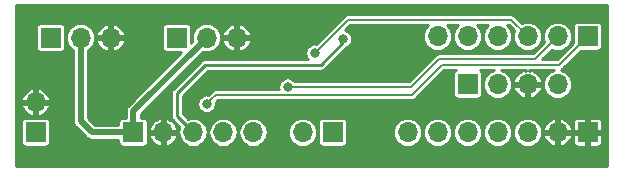
<source format=gbr>
%TF.GenerationSoftware,KiCad,Pcbnew,(5.1.4)-1*%
%TF.CreationDate,2020-11-13T13:28:28-08:00*%
%TF.ProjectId,powerglove_pcb,706f7765-7267-46c6-9f76-655f7063622e,rev?*%
%TF.SameCoordinates,Original*%
%TF.FileFunction,Copper,L2,Bot*%
%TF.FilePolarity,Positive*%
%FSLAX46Y46*%
G04 Gerber Fmt 4.6, Leading zero omitted, Abs format (unit mm)*
G04 Created by KiCad (PCBNEW (5.1.4)-1) date 2020-11-13 13:28:28*
%MOMM*%
%LPD*%
G04 APERTURE LIST*
%TA.AperFunction,ComponentPad*%
%ADD10O,1.700000X1.700000*%
%TD*%
%TA.AperFunction,ComponentPad*%
%ADD11R,1.700000X1.700000*%
%TD*%
%TA.AperFunction,ViaPad*%
%ADD12C,0.800000*%
%TD*%
%TA.AperFunction,Conductor*%
%ADD13C,0.152400*%
%TD*%
%TA.AperFunction,Conductor*%
%ADD14C,0.254000*%
%TD*%
%TA.AperFunction,Conductor*%
%ADD15C,0.508000*%
%TD*%
G04 APERTURE END LIST*
D10*
%TO.P,J2,6*%
%TO.N,/monitor*%
X102108000Y-71120000D03*
%TO.P,J2,5*%
%TO.N,/SCL*%
X104648000Y-71120000D03*
%TO.P,J2,4*%
%TO.N,/SDA*%
X107188000Y-71120000D03*
%TO.P,J2,3*%
%TO.N,/INT*%
X109728000Y-71120000D03*
%TO.P,J2,2*%
%TO.N,/SERVO2*%
X112268000Y-71120000D03*
D11*
%TO.P,J2,1*%
%TO.N,/SERVO1*%
X114808000Y-71120000D03*
%TD*%
D10*
%TO.P,J8,4*%
%TO.N,+3V3*%
X112268000Y-75184000D03*
%TO.P,J8,3*%
%TO.N,GND*%
X109728000Y-75184000D03*
%TO.P,J8,2*%
%TO.N,/SDA*%
X107188000Y-75184000D03*
D11*
%TO.P,J8,1*%
%TO.N,/SCL*%
X104648000Y-75184000D03*
%TD*%
D10*
%TO.P,J7,3*%
%TO.N,GND*%
X85090000Y-71247000D03*
%TO.P,J7,2*%
%TO.N,+5V*%
X82550000Y-71247000D03*
D11*
%TO.P,J7,1*%
%TO.N,Net-(J7-Pad1)*%
X80010000Y-71247000D03*
%TD*%
D10*
%TO.P,J6,3*%
%TO.N,GND*%
X74422000Y-71247000D03*
%TO.P,J6,2*%
%TO.N,+5V*%
X71882000Y-71247000D03*
D11*
%TO.P,J6,1*%
%TO.N,Net-(J6-Pad1)*%
X69342000Y-71247000D03*
%TD*%
D10*
%TO.P,J5,5*%
%TO.N,/PG*%
X86487000Y-79248000D03*
%TO.P,J5,4*%
%TO.N,/EN*%
X83947000Y-79248000D03*
%TO.P,J5,3*%
%TO.N,/VBAT*%
X81407000Y-79248000D03*
%TO.P,J5,2*%
%TO.N,GND*%
X78867000Y-79248000D03*
D11*
%TO.P,J5,1*%
%TO.N,+5V*%
X76327000Y-79248000D03*
%TD*%
D10*
%TO.P,J4,2*%
%TO.N,Net-(J4-Pad2)*%
X90678000Y-79248000D03*
D11*
%TO.P,J4,1*%
%TO.N,Net-(J4-Pad1)*%
X93218000Y-79248000D03*
%TD*%
D10*
%TO.P,J3,7*%
%TO.N,+3V3*%
X99568000Y-79248000D03*
%TO.P,J3,6*%
X102108000Y-79248000D03*
%TO.P,J3,5*%
%TO.N,Net-(J3-Pad5)*%
X104648000Y-79248000D03*
%TO.P,J3,4*%
%TO.N,+3V3*%
X107188000Y-79248000D03*
%TO.P,J3,3*%
%TO.N,+5V*%
X109728000Y-79248000D03*
%TO.P,J3,2*%
%TO.N,GND*%
X112268000Y-79248000D03*
D11*
%TO.P,J3,1*%
X114808000Y-79248000D03*
%TD*%
D10*
%TO.P,J1,2*%
%TO.N,GND*%
X68072000Y-76708000D03*
D11*
%TO.P,J1,1*%
%TO.N,/VBAT*%
X68072000Y-79248000D03*
%TD*%
D12*
%TO.N,GND*%
X89535000Y-76962000D03*
X91821000Y-76835000D03*
X98679000Y-73279000D03*
X95885000Y-78232000D03*
%TO.N,/INT*%
X91694000Y-72517012D03*
%TO.N,/VBAT*%
X94106999Y-71373999D03*
%TO.N,/SERVO1*%
X82550000Y-76835000D03*
%TO.N,/SERVO2*%
X89408000Y-75396790D03*
%TD*%
D13*
%TO.N,/INT*%
X94488012Y-69723000D02*
X91694000Y-72517012D01*
X109728000Y-71120000D02*
X108331000Y-69723000D01*
X108331000Y-69723000D02*
X94488012Y-69723000D01*
D14*
%TO.N,/VBAT*%
X94106999Y-71628001D02*
X94106999Y-71373999D01*
X82423000Y-73533000D02*
X92202000Y-73533000D01*
X80010000Y-77851000D02*
X80010000Y-75946000D01*
X81407000Y-79248000D02*
X80010000Y-77851000D01*
X80010000Y-75946000D02*
X82423000Y-73533000D01*
X92202000Y-73533000D02*
X94106999Y-71628001D01*
D13*
%TO.N,/SERVO1*%
X82949999Y-76435001D02*
X82550000Y-76835000D01*
X83312000Y-76073000D02*
X82949999Y-76435001D01*
X102489000Y-73533000D02*
X99949000Y-76073000D01*
X99949000Y-76073000D02*
X83312000Y-76073000D01*
X114808000Y-71120000D02*
X112395000Y-73533000D01*
X112395000Y-73533000D02*
X102489000Y-73533000D01*
%TO.N,/SERVO2*%
X110363000Y-73025000D02*
X102235000Y-73025000D01*
X99863210Y-75396790D02*
X89408000Y-75396790D01*
X102235000Y-73025000D02*
X99863210Y-75396790D01*
X112268000Y-71120000D02*
X110363000Y-73025000D01*
D15*
%TO.N,+5V*%
X72810000Y-79248000D02*
X76327000Y-79248000D01*
X71882000Y-78320000D02*
X72810000Y-79248000D01*
X71882000Y-78320000D02*
X71882000Y-71247000D01*
X76327000Y-77470000D02*
X82550000Y-71247000D01*
X76327000Y-79248000D02*
X76327000Y-77470000D01*
%TD*%
D14*
%TO.N,GND*%
G36*
X116434000Y-82144000D02*
G01*
X66446000Y-82144000D01*
X66446000Y-78398000D01*
X66839157Y-78398000D01*
X66839157Y-80098000D01*
X66846513Y-80172689D01*
X66868299Y-80244508D01*
X66903678Y-80310696D01*
X66951289Y-80368711D01*
X67009304Y-80416322D01*
X67075492Y-80451701D01*
X67147311Y-80473487D01*
X67222000Y-80480843D01*
X68922000Y-80480843D01*
X68996689Y-80473487D01*
X69068508Y-80451701D01*
X69134696Y-80416322D01*
X69192711Y-80368711D01*
X69240322Y-80310696D01*
X69275701Y-80244508D01*
X69297487Y-80172689D01*
X69304843Y-80098000D01*
X69304843Y-78398000D01*
X69297487Y-78323311D01*
X69275701Y-78251492D01*
X69240322Y-78185304D01*
X69192711Y-78127289D01*
X69134696Y-78079678D01*
X69068508Y-78044299D01*
X68996689Y-78022513D01*
X68922000Y-78015157D01*
X67222000Y-78015157D01*
X67147311Y-78022513D01*
X67075492Y-78044299D01*
X67009304Y-78079678D01*
X66951289Y-78127289D01*
X66903678Y-78185304D01*
X66868299Y-78251492D01*
X66846513Y-78323311D01*
X66839157Y-78398000D01*
X66446000Y-78398000D01*
X66446000Y-77024980D01*
X66882511Y-77024980D01*
X66906866Y-77105288D01*
X67006761Y-77324961D01*
X67147592Y-77520924D01*
X67323948Y-77685647D01*
X67529051Y-77812799D01*
X67755019Y-77897495D01*
X67945000Y-77837187D01*
X67945000Y-76835000D01*
X68199000Y-76835000D01*
X68199000Y-77837187D01*
X68388981Y-77897495D01*
X68614949Y-77812799D01*
X68820052Y-77685647D01*
X68996408Y-77520924D01*
X69137239Y-77324961D01*
X69237134Y-77105288D01*
X69261489Y-77024980D01*
X69200627Y-76835000D01*
X68199000Y-76835000D01*
X67945000Y-76835000D01*
X66943373Y-76835000D01*
X66882511Y-77024980D01*
X66446000Y-77024980D01*
X66446000Y-76391020D01*
X66882511Y-76391020D01*
X66943373Y-76581000D01*
X67945000Y-76581000D01*
X67945000Y-75578813D01*
X68199000Y-75578813D01*
X68199000Y-76581000D01*
X69200627Y-76581000D01*
X69261489Y-76391020D01*
X69237134Y-76310712D01*
X69137239Y-76091039D01*
X68996408Y-75895076D01*
X68820052Y-75730353D01*
X68614949Y-75603201D01*
X68388981Y-75518505D01*
X68199000Y-75578813D01*
X67945000Y-75578813D01*
X67755019Y-75518505D01*
X67529051Y-75603201D01*
X67323948Y-75730353D01*
X67147592Y-75895076D01*
X67006761Y-76091039D01*
X66906866Y-76310712D01*
X66882511Y-76391020D01*
X66446000Y-76391020D01*
X66446000Y-70397000D01*
X68109157Y-70397000D01*
X68109157Y-72097000D01*
X68116513Y-72171689D01*
X68138299Y-72243508D01*
X68173678Y-72309696D01*
X68221289Y-72367711D01*
X68279304Y-72415322D01*
X68345492Y-72450701D01*
X68417311Y-72472487D01*
X68492000Y-72479843D01*
X70192000Y-72479843D01*
X70266689Y-72472487D01*
X70338508Y-72450701D01*
X70404696Y-72415322D01*
X70462711Y-72367711D01*
X70510322Y-72309696D01*
X70545701Y-72243508D01*
X70567487Y-72171689D01*
X70574843Y-72097000D01*
X70574843Y-71247000D01*
X70645044Y-71247000D01*
X70668812Y-71488318D01*
X70739202Y-71720363D01*
X70853509Y-71934216D01*
X71007340Y-72121660D01*
X71194784Y-72275491D01*
X71247001Y-72303402D01*
X71247000Y-78288819D01*
X71243929Y-78320000D01*
X71247000Y-78351181D01*
X71247000Y-78351191D01*
X71256188Y-78444481D01*
X71292498Y-78564179D01*
X71351463Y-78674493D01*
X71430815Y-78771185D01*
X71455050Y-78791074D01*
X72338930Y-79674955D01*
X72358815Y-79699185D01*
X72455506Y-79778537D01*
X72565820Y-79837502D01*
X72685518Y-79873812D01*
X72778808Y-79883000D01*
X72778818Y-79883000D01*
X72809999Y-79886071D01*
X72841180Y-79883000D01*
X75094157Y-79883000D01*
X75094157Y-80098000D01*
X75101513Y-80172689D01*
X75123299Y-80244508D01*
X75158678Y-80310696D01*
X75206289Y-80368711D01*
X75264304Y-80416322D01*
X75330492Y-80451701D01*
X75402311Y-80473487D01*
X75477000Y-80480843D01*
X77177000Y-80480843D01*
X77251689Y-80473487D01*
X77323508Y-80451701D01*
X77389696Y-80416322D01*
X77447711Y-80368711D01*
X77495322Y-80310696D01*
X77530701Y-80244508D01*
X77552487Y-80172689D01*
X77559843Y-80098000D01*
X77559843Y-79564981D01*
X77677505Y-79564981D01*
X77762201Y-79790949D01*
X77889353Y-79996052D01*
X78054076Y-80172408D01*
X78250039Y-80313239D01*
X78469712Y-80413134D01*
X78550020Y-80437489D01*
X78740000Y-80376627D01*
X78740000Y-79375000D01*
X78994000Y-79375000D01*
X78994000Y-80376627D01*
X79183980Y-80437489D01*
X79264288Y-80413134D01*
X79483961Y-80313239D01*
X79679924Y-80172408D01*
X79844647Y-79996052D01*
X79971799Y-79790949D01*
X80056495Y-79564981D01*
X79996187Y-79375000D01*
X78994000Y-79375000D01*
X78740000Y-79375000D01*
X77737813Y-79375000D01*
X77677505Y-79564981D01*
X77559843Y-79564981D01*
X77559843Y-78931019D01*
X77677505Y-78931019D01*
X77737813Y-79121000D01*
X78740000Y-79121000D01*
X78740000Y-78119373D01*
X78994000Y-78119373D01*
X78994000Y-79121000D01*
X79996187Y-79121000D01*
X80056495Y-78931019D01*
X79971799Y-78705051D01*
X79844647Y-78499948D01*
X79679924Y-78323592D01*
X79483961Y-78182761D01*
X79264288Y-78082866D01*
X79183980Y-78058511D01*
X78994000Y-78119373D01*
X78740000Y-78119373D01*
X78550020Y-78058511D01*
X78469712Y-78082866D01*
X78250039Y-78182761D01*
X78054076Y-78323592D01*
X77889353Y-78499948D01*
X77762201Y-78705051D01*
X77677505Y-78931019D01*
X77559843Y-78931019D01*
X77559843Y-78398000D01*
X77552487Y-78323311D01*
X77530701Y-78251492D01*
X77495322Y-78185304D01*
X77447711Y-78127289D01*
X77389696Y-78079678D01*
X77323508Y-78044299D01*
X77251689Y-78022513D01*
X77177000Y-78015157D01*
X76962000Y-78015157D01*
X76962000Y-77733024D01*
X78749024Y-75946000D01*
X79499543Y-75946000D01*
X79502001Y-75970954D01*
X79502000Y-77826056D01*
X79499543Y-77851000D01*
X79502000Y-77875944D01*
X79502000Y-77875946D01*
X79509351Y-77950584D01*
X79538399Y-78046342D01*
X79585571Y-78134595D01*
X79649052Y-78211948D01*
X79668435Y-78227855D01*
X80252801Y-78812221D01*
X80193812Y-79006682D01*
X80170044Y-79248000D01*
X80193812Y-79489318D01*
X80264202Y-79721363D01*
X80378509Y-79935216D01*
X80532340Y-80122660D01*
X80719784Y-80276491D01*
X80933637Y-80390798D01*
X81165682Y-80461188D01*
X81346528Y-80479000D01*
X81467472Y-80479000D01*
X81648318Y-80461188D01*
X81880363Y-80390798D01*
X82094216Y-80276491D01*
X82281660Y-80122660D01*
X82435491Y-79935216D01*
X82549798Y-79721363D01*
X82620188Y-79489318D01*
X82643956Y-79248000D01*
X82710044Y-79248000D01*
X82733812Y-79489318D01*
X82804202Y-79721363D01*
X82918509Y-79935216D01*
X83072340Y-80122660D01*
X83259784Y-80276491D01*
X83473637Y-80390798D01*
X83705682Y-80461188D01*
X83886528Y-80479000D01*
X84007472Y-80479000D01*
X84188318Y-80461188D01*
X84420363Y-80390798D01*
X84634216Y-80276491D01*
X84821660Y-80122660D01*
X84975491Y-79935216D01*
X85089798Y-79721363D01*
X85160188Y-79489318D01*
X85183956Y-79248000D01*
X85250044Y-79248000D01*
X85273812Y-79489318D01*
X85344202Y-79721363D01*
X85458509Y-79935216D01*
X85612340Y-80122660D01*
X85799784Y-80276491D01*
X86013637Y-80390798D01*
X86245682Y-80461188D01*
X86426528Y-80479000D01*
X86547472Y-80479000D01*
X86728318Y-80461188D01*
X86960363Y-80390798D01*
X87174216Y-80276491D01*
X87361660Y-80122660D01*
X87515491Y-79935216D01*
X87629798Y-79721363D01*
X87700188Y-79489318D01*
X87723956Y-79248000D01*
X89441044Y-79248000D01*
X89464812Y-79489318D01*
X89535202Y-79721363D01*
X89649509Y-79935216D01*
X89803340Y-80122660D01*
X89990784Y-80276491D01*
X90204637Y-80390798D01*
X90436682Y-80461188D01*
X90617528Y-80479000D01*
X90738472Y-80479000D01*
X90919318Y-80461188D01*
X91151363Y-80390798D01*
X91365216Y-80276491D01*
X91552660Y-80122660D01*
X91706491Y-79935216D01*
X91820798Y-79721363D01*
X91891188Y-79489318D01*
X91914956Y-79248000D01*
X91891188Y-79006682D01*
X91820798Y-78774637D01*
X91706491Y-78560784D01*
X91572898Y-78398000D01*
X91985157Y-78398000D01*
X91985157Y-80098000D01*
X91992513Y-80172689D01*
X92014299Y-80244508D01*
X92049678Y-80310696D01*
X92097289Y-80368711D01*
X92155304Y-80416322D01*
X92221492Y-80451701D01*
X92293311Y-80473487D01*
X92368000Y-80480843D01*
X94068000Y-80480843D01*
X94142689Y-80473487D01*
X94214508Y-80451701D01*
X94280696Y-80416322D01*
X94338711Y-80368711D01*
X94386322Y-80310696D01*
X94421701Y-80244508D01*
X94443487Y-80172689D01*
X94450843Y-80098000D01*
X94450843Y-79248000D01*
X98331044Y-79248000D01*
X98354812Y-79489318D01*
X98425202Y-79721363D01*
X98539509Y-79935216D01*
X98693340Y-80122660D01*
X98880784Y-80276491D01*
X99094637Y-80390798D01*
X99326682Y-80461188D01*
X99507528Y-80479000D01*
X99628472Y-80479000D01*
X99809318Y-80461188D01*
X100041363Y-80390798D01*
X100255216Y-80276491D01*
X100442660Y-80122660D01*
X100596491Y-79935216D01*
X100710798Y-79721363D01*
X100781188Y-79489318D01*
X100804956Y-79248000D01*
X100871044Y-79248000D01*
X100894812Y-79489318D01*
X100965202Y-79721363D01*
X101079509Y-79935216D01*
X101233340Y-80122660D01*
X101420784Y-80276491D01*
X101634637Y-80390798D01*
X101866682Y-80461188D01*
X102047528Y-80479000D01*
X102168472Y-80479000D01*
X102349318Y-80461188D01*
X102581363Y-80390798D01*
X102795216Y-80276491D01*
X102982660Y-80122660D01*
X103136491Y-79935216D01*
X103250798Y-79721363D01*
X103321188Y-79489318D01*
X103344956Y-79248000D01*
X103411044Y-79248000D01*
X103434812Y-79489318D01*
X103505202Y-79721363D01*
X103619509Y-79935216D01*
X103773340Y-80122660D01*
X103960784Y-80276491D01*
X104174637Y-80390798D01*
X104406682Y-80461188D01*
X104587528Y-80479000D01*
X104708472Y-80479000D01*
X104889318Y-80461188D01*
X105121363Y-80390798D01*
X105335216Y-80276491D01*
X105522660Y-80122660D01*
X105676491Y-79935216D01*
X105790798Y-79721363D01*
X105861188Y-79489318D01*
X105884956Y-79248000D01*
X105951044Y-79248000D01*
X105974812Y-79489318D01*
X106045202Y-79721363D01*
X106159509Y-79935216D01*
X106313340Y-80122660D01*
X106500784Y-80276491D01*
X106714637Y-80390798D01*
X106946682Y-80461188D01*
X107127528Y-80479000D01*
X107248472Y-80479000D01*
X107429318Y-80461188D01*
X107661363Y-80390798D01*
X107875216Y-80276491D01*
X108062660Y-80122660D01*
X108216491Y-79935216D01*
X108330798Y-79721363D01*
X108401188Y-79489318D01*
X108424956Y-79248000D01*
X108491044Y-79248000D01*
X108514812Y-79489318D01*
X108585202Y-79721363D01*
X108699509Y-79935216D01*
X108853340Y-80122660D01*
X109040784Y-80276491D01*
X109254637Y-80390798D01*
X109486682Y-80461188D01*
X109667528Y-80479000D01*
X109788472Y-80479000D01*
X109969318Y-80461188D01*
X110201363Y-80390798D01*
X110415216Y-80276491D01*
X110602660Y-80122660D01*
X110756491Y-79935216D01*
X110870798Y-79721363D01*
X110918235Y-79564981D01*
X111078505Y-79564981D01*
X111163201Y-79790949D01*
X111290353Y-79996052D01*
X111455076Y-80172408D01*
X111651039Y-80313239D01*
X111870712Y-80413134D01*
X111951020Y-80437489D01*
X112141000Y-80376627D01*
X112141000Y-79375000D01*
X112395000Y-79375000D01*
X112395000Y-80376627D01*
X112584980Y-80437489D01*
X112665288Y-80413134D01*
X112884961Y-80313239D01*
X113080924Y-80172408D01*
X113150423Y-80098000D01*
X113575157Y-80098000D01*
X113582513Y-80172689D01*
X113604299Y-80244508D01*
X113639678Y-80310696D01*
X113687289Y-80368711D01*
X113745304Y-80416322D01*
X113811492Y-80451701D01*
X113883311Y-80473487D01*
X113958000Y-80480843D01*
X114585750Y-80479000D01*
X114681000Y-80383750D01*
X114681000Y-79375000D01*
X114935000Y-79375000D01*
X114935000Y-80383750D01*
X115030250Y-80479000D01*
X115658000Y-80480843D01*
X115732689Y-80473487D01*
X115804508Y-80451701D01*
X115870696Y-80416322D01*
X115928711Y-80368711D01*
X115976322Y-80310696D01*
X116011701Y-80244508D01*
X116033487Y-80172689D01*
X116040843Y-80098000D01*
X116039000Y-79470250D01*
X115943750Y-79375000D01*
X114935000Y-79375000D01*
X114681000Y-79375000D01*
X113672250Y-79375000D01*
X113577000Y-79470250D01*
X113575157Y-80098000D01*
X113150423Y-80098000D01*
X113245647Y-79996052D01*
X113372799Y-79790949D01*
X113457495Y-79564981D01*
X113397187Y-79375000D01*
X112395000Y-79375000D01*
X112141000Y-79375000D01*
X111138813Y-79375000D01*
X111078505Y-79564981D01*
X110918235Y-79564981D01*
X110941188Y-79489318D01*
X110964956Y-79248000D01*
X110941188Y-79006682D01*
X110918236Y-78931019D01*
X111078505Y-78931019D01*
X111138813Y-79121000D01*
X112141000Y-79121000D01*
X112141000Y-78119373D01*
X112395000Y-78119373D01*
X112395000Y-79121000D01*
X113397187Y-79121000D01*
X113457495Y-78931019D01*
X113372799Y-78705051D01*
X113245647Y-78499948D01*
X113150424Y-78398000D01*
X113575157Y-78398000D01*
X113577000Y-79025750D01*
X113672250Y-79121000D01*
X114681000Y-79121000D01*
X114681000Y-78112250D01*
X114935000Y-78112250D01*
X114935000Y-79121000D01*
X115943750Y-79121000D01*
X116039000Y-79025750D01*
X116040843Y-78398000D01*
X116033487Y-78323311D01*
X116011701Y-78251492D01*
X115976322Y-78185304D01*
X115928711Y-78127289D01*
X115870696Y-78079678D01*
X115804508Y-78044299D01*
X115732689Y-78022513D01*
X115658000Y-78015157D01*
X115030250Y-78017000D01*
X114935000Y-78112250D01*
X114681000Y-78112250D01*
X114585750Y-78017000D01*
X113958000Y-78015157D01*
X113883311Y-78022513D01*
X113811492Y-78044299D01*
X113745304Y-78079678D01*
X113687289Y-78127289D01*
X113639678Y-78185304D01*
X113604299Y-78251492D01*
X113582513Y-78323311D01*
X113575157Y-78398000D01*
X113150424Y-78398000D01*
X113080924Y-78323592D01*
X112884961Y-78182761D01*
X112665288Y-78082866D01*
X112584980Y-78058511D01*
X112395000Y-78119373D01*
X112141000Y-78119373D01*
X111951020Y-78058511D01*
X111870712Y-78082866D01*
X111651039Y-78182761D01*
X111455076Y-78323592D01*
X111290353Y-78499948D01*
X111163201Y-78705051D01*
X111078505Y-78931019D01*
X110918236Y-78931019D01*
X110870798Y-78774637D01*
X110756491Y-78560784D01*
X110602660Y-78373340D01*
X110415216Y-78219509D01*
X110201363Y-78105202D01*
X109969318Y-78034812D01*
X109788472Y-78017000D01*
X109667528Y-78017000D01*
X109486682Y-78034812D01*
X109254637Y-78105202D01*
X109040784Y-78219509D01*
X108853340Y-78373340D01*
X108699509Y-78560784D01*
X108585202Y-78774637D01*
X108514812Y-79006682D01*
X108491044Y-79248000D01*
X108424956Y-79248000D01*
X108401188Y-79006682D01*
X108330798Y-78774637D01*
X108216491Y-78560784D01*
X108062660Y-78373340D01*
X107875216Y-78219509D01*
X107661363Y-78105202D01*
X107429318Y-78034812D01*
X107248472Y-78017000D01*
X107127528Y-78017000D01*
X106946682Y-78034812D01*
X106714637Y-78105202D01*
X106500784Y-78219509D01*
X106313340Y-78373340D01*
X106159509Y-78560784D01*
X106045202Y-78774637D01*
X105974812Y-79006682D01*
X105951044Y-79248000D01*
X105884956Y-79248000D01*
X105861188Y-79006682D01*
X105790798Y-78774637D01*
X105676491Y-78560784D01*
X105522660Y-78373340D01*
X105335216Y-78219509D01*
X105121363Y-78105202D01*
X104889318Y-78034812D01*
X104708472Y-78017000D01*
X104587528Y-78017000D01*
X104406682Y-78034812D01*
X104174637Y-78105202D01*
X103960784Y-78219509D01*
X103773340Y-78373340D01*
X103619509Y-78560784D01*
X103505202Y-78774637D01*
X103434812Y-79006682D01*
X103411044Y-79248000D01*
X103344956Y-79248000D01*
X103321188Y-79006682D01*
X103250798Y-78774637D01*
X103136491Y-78560784D01*
X102982660Y-78373340D01*
X102795216Y-78219509D01*
X102581363Y-78105202D01*
X102349318Y-78034812D01*
X102168472Y-78017000D01*
X102047528Y-78017000D01*
X101866682Y-78034812D01*
X101634637Y-78105202D01*
X101420784Y-78219509D01*
X101233340Y-78373340D01*
X101079509Y-78560784D01*
X100965202Y-78774637D01*
X100894812Y-79006682D01*
X100871044Y-79248000D01*
X100804956Y-79248000D01*
X100781188Y-79006682D01*
X100710798Y-78774637D01*
X100596491Y-78560784D01*
X100442660Y-78373340D01*
X100255216Y-78219509D01*
X100041363Y-78105202D01*
X99809318Y-78034812D01*
X99628472Y-78017000D01*
X99507528Y-78017000D01*
X99326682Y-78034812D01*
X99094637Y-78105202D01*
X98880784Y-78219509D01*
X98693340Y-78373340D01*
X98539509Y-78560784D01*
X98425202Y-78774637D01*
X98354812Y-79006682D01*
X98331044Y-79248000D01*
X94450843Y-79248000D01*
X94450843Y-78398000D01*
X94443487Y-78323311D01*
X94421701Y-78251492D01*
X94386322Y-78185304D01*
X94338711Y-78127289D01*
X94280696Y-78079678D01*
X94214508Y-78044299D01*
X94142689Y-78022513D01*
X94068000Y-78015157D01*
X92368000Y-78015157D01*
X92293311Y-78022513D01*
X92221492Y-78044299D01*
X92155304Y-78079678D01*
X92097289Y-78127289D01*
X92049678Y-78185304D01*
X92014299Y-78251492D01*
X91992513Y-78323311D01*
X91985157Y-78398000D01*
X91572898Y-78398000D01*
X91552660Y-78373340D01*
X91365216Y-78219509D01*
X91151363Y-78105202D01*
X90919318Y-78034812D01*
X90738472Y-78017000D01*
X90617528Y-78017000D01*
X90436682Y-78034812D01*
X90204637Y-78105202D01*
X89990784Y-78219509D01*
X89803340Y-78373340D01*
X89649509Y-78560784D01*
X89535202Y-78774637D01*
X89464812Y-79006682D01*
X89441044Y-79248000D01*
X87723956Y-79248000D01*
X87700188Y-79006682D01*
X87629798Y-78774637D01*
X87515491Y-78560784D01*
X87361660Y-78373340D01*
X87174216Y-78219509D01*
X86960363Y-78105202D01*
X86728318Y-78034812D01*
X86547472Y-78017000D01*
X86426528Y-78017000D01*
X86245682Y-78034812D01*
X86013637Y-78105202D01*
X85799784Y-78219509D01*
X85612340Y-78373340D01*
X85458509Y-78560784D01*
X85344202Y-78774637D01*
X85273812Y-79006682D01*
X85250044Y-79248000D01*
X85183956Y-79248000D01*
X85160188Y-79006682D01*
X85089798Y-78774637D01*
X84975491Y-78560784D01*
X84821660Y-78373340D01*
X84634216Y-78219509D01*
X84420363Y-78105202D01*
X84188318Y-78034812D01*
X84007472Y-78017000D01*
X83886528Y-78017000D01*
X83705682Y-78034812D01*
X83473637Y-78105202D01*
X83259784Y-78219509D01*
X83072340Y-78373340D01*
X82918509Y-78560784D01*
X82804202Y-78774637D01*
X82733812Y-79006682D01*
X82710044Y-79248000D01*
X82643956Y-79248000D01*
X82620188Y-79006682D01*
X82549798Y-78774637D01*
X82435491Y-78560784D01*
X82281660Y-78373340D01*
X82094216Y-78219509D01*
X81880363Y-78105202D01*
X81648318Y-78034812D01*
X81467472Y-78017000D01*
X81346528Y-78017000D01*
X81165682Y-78034812D01*
X80971221Y-78093801D01*
X80518000Y-77640580D01*
X80518000Y-76758078D01*
X81769000Y-76758078D01*
X81769000Y-76911922D01*
X81799013Y-77062809D01*
X81857887Y-77204942D01*
X81943358Y-77332859D01*
X82052141Y-77441642D01*
X82180058Y-77527113D01*
X82322191Y-77585987D01*
X82473078Y-77616000D01*
X82626922Y-77616000D01*
X82777809Y-77585987D01*
X82919942Y-77527113D01*
X83047859Y-77441642D01*
X83156642Y-77332859D01*
X83242113Y-77204942D01*
X83300987Y-77062809D01*
X83331000Y-76911922D01*
X83331000Y-76758078D01*
X83321460Y-76710117D01*
X83501378Y-76530200D01*
X99926550Y-76530200D01*
X99949000Y-76532411D01*
X99971450Y-76530200D01*
X99971460Y-76530200D01*
X100038627Y-76523585D01*
X100124809Y-76497441D01*
X100204236Y-76454987D01*
X100273853Y-76397853D01*
X100288174Y-76380403D01*
X102678378Y-73990200D01*
X103632969Y-73990200D01*
X103585304Y-74015678D01*
X103527289Y-74063289D01*
X103479678Y-74121304D01*
X103444299Y-74187492D01*
X103422513Y-74259311D01*
X103415157Y-74334000D01*
X103415157Y-76034000D01*
X103422513Y-76108689D01*
X103444299Y-76180508D01*
X103479678Y-76246696D01*
X103527289Y-76304711D01*
X103585304Y-76352322D01*
X103651492Y-76387701D01*
X103723311Y-76409487D01*
X103798000Y-76416843D01*
X105498000Y-76416843D01*
X105572689Y-76409487D01*
X105644508Y-76387701D01*
X105710696Y-76352322D01*
X105768711Y-76304711D01*
X105816322Y-76246696D01*
X105851701Y-76180508D01*
X105873487Y-76108689D01*
X105880843Y-76034000D01*
X105880843Y-74334000D01*
X105873487Y-74259311D01*
X105851701Y-74187492D01*
X105816322Y-74121304D01*
X105768711Y-74063289D01*
X105710696Y-74015678D01*
X105663031Y-73990200D01*
X106882768Y-73990200D01*
X106714637Y-74041202D01*
X106500784Y-74155509D01*
X106313340Y-74309340D01*
X106159509Y-74496784D01*
X106045202Y-74710637D01*
X105974812Y-74942682D01*
X105951044Y-75184000D01*
X105974812Y-75425318D01*
X106045202Y-75657363D01*
X106159509Y-75871216D01*
X106313340Y-76058660D01*
X106500784Y-76212491D01*
X106714637Y-76326798D01*
X106946682Y-76397188D01*
X107127528Y-76415000D01*
X107248472Y-76415000D01*
X107429318Y-76397188D01*
X107661363Y-76326798D01*
X107875216Y-76212491D01*
X108062660Y-76058660D01*
X108216491Y-75871216D01*
X108330798Y-75657363D01*
X108378235Y-75500981D01*
X108538505Y-75500981D01*
X108623201Y-75726949D01*
X108750353Y-75932052D01*
X108915076Y-76108408D01*
X109111039Y-76249239D01*
X109330712Y-76349134D01*
X109411020Y-76373489D01*
X109601000Y-76312627D01*
X109601000Y-75311000D01*
X109855000Y-75311000D01*
X109855000Y-76312627D01*
X110044980Y-76373489D01*
X110125288Y-76349134D01*
X110344961Y-76249239D01*
X110540924Y-76108408D01*
X110705647Y-75932052D01*
X110832799Y-75726949D01*
X110917495Y-75500981D01*
X110857187Y-75311000D01*
X109855000Y-75311000D01*
X109601000Y-75311000D01*
X108598813Y-75311000D01*
X108538505Y-75500981D01*
X108378235Y-75500981D01*
X108401188Y-75425318D01*
X108424956Y-75184000D01*
X108401188Y-74942682D01*
X108330798Y-74710637D01*
X108216491Y-74496784D01*
X108062660Y-74309340D01*
X107875216Y-74155509D01*
X107661363Y-74041202D01*
X107493232Y-73990200D01*
X109600998Y-73990200D01*
X109600998Y-74055372D01*
X109411020Y-73994511D01*
X109330712Y-74018866D01*
X109111039Y-74118761D01*
X108915076Y-74259592D01*
X108750353Y-74435948D01*
X108623201Y-74641051D01*
X108538505Y-74867019D01*
X108598813Y-75057000D01*
X109601000Y-75057000D01*
X109601000Y-75037000D01*
X109855000Y-75037000D01*
X109855000Y-75057000D01*
X110857187Y-75057000D01*
X110917495Y-74867019D01*
X110832799Y-74641051D01*
X110705647Y-74435948D01*
X110540924Y-74259592D01*
X110344961Y-74118761D01*
X110125288Y-74018866D01*
X110044980Y-73994511D01*
X109855002Y-74055372D01*
X109855002Y-73990200D01*
X111962768Y-73990200D01*
X111794637Y-74041202D01*
X111580784Y-74155509D01*
X111393340Y-74309340D01*
X111239509Y-74496784D01*
X111125202Y-74710637D01*
X111054812Y-74942682D01*
X111031044Y-75184000D01*
X111054812Y-75425318D01*
X111125202Y-75657363D01*
X111239509Y-75871216D01*
X111393340Y-76058660D01*
X111580784Y-76212491D01*
X111794637Y-76326798D01*
X112026682Y-76397188D01*
X112207528Y-76415000D01*
X112328472Y-76415000D01*
X112509318Y-76397188D01*
X112741363Y-76326798D01*
X112955216Y-76212491D01*
X113142660Y-76058660D01*
X113296491Y-75871216D01*
X113410798Y-75657363D01*
X113481188Y-75425318D01*
X113504956Y-75184000D01*
X113481188Y-74942682D01*
X113410798Y-74710637D01*
X113296491Y-74496784D01*
X113142660Y-74309340D01*
X112955216Y-74155509D01*
X112741363Y-74041202D01*
X112518025Y-73973453D01*
X112570809Y-73957441D01*
X112650236Y-73914987D01*
X112719853Y-73857853D01*
X112734174Y-73840403D01*
X114221735Y-72352843D01*
X115658000Y-72352843D01*
X115732689Y-72345487D01*
X115804508Y-72323701D01*
X115870696Y-72288322D01*
X115928711Y-72240711D01*
X115976322Y-72182696D01*
X116011701Y-72116508D01*
X116033487Y-72044689D01*
X116040843Y-71970000D01*
X116040843Y-70270000D01*
X116033487Y-70195311D01*
X116011701Y-70123492D01*
X115976322Y-70057304D01*
X115928711Y-69999289D01*
X115870696Y-69951678D01*
X115804508Y-69916299D01*
X115732689Y-69894513D01*
X115658000Y-69887157D01*
X113958000Y-69887157D01*
X113883311Y-69894513D01*
X113811492Y-69916299D01*
X113745304Y-69951678D01*
X113687289Y-69999289D01*
X113639678Y-70057304D01*
X113604299Y-70123492D01*
X113582513Y-70195311D01*
X113575157Y-70270000D01*
X113575157Y-71706265D01*
X112205623Y-73075800D01*
X110958777Y-73075800D01*
X111779741Y-72254836D01*
X111794637Y-72262798D01*
X112026682Y-72333188D01*
X112207528Y-72351000D01*
X112328472Y-72351000D01*
X112509318Y-72333188D01*
X112741363Y-72262798D01*
X112955216Y-72148491D01*
X113142660Y-71994660D01*
X113296491Y-71807216D01*
X113410798Y-71593363D01*
X113481188Y-71361318D01*
X113504956Y-71120000D01*
X113481188Y-70878682D01*
X113410798Y-70646637D01*
X113296491Y-70432784D01*
X113142660Y-70245340D01*
X112955216Y-70091509D01*
X112741363Y-69977202D01*
X112509318Y-69906812D01*
X112328472Y-69889000D01*
X112207528Y-69889000D01*
X112026682Y-69906812D01*
X111794637Y-69977202D01*
X111580784Y-70091509D01*
X111393340Y-70245340D01*
X111239509Y-70432784D01*
X111125202Y-70646637D01*
X111054812Y-70878682D01*
X111031044Y-71120000D01*
X111054812Y-71361318D01*
X111125202Y-71593363D01*
X111133164Y-71608259D01*
X110173623Y-72567800D01*
X102257450Y-72567800D01*
X102235000Y-72565589D01*
X102212550Y-72567800D01*
X102212540Y-72567800D01*
X102145373Y-72574415D01*
X102081030Y-72593934D01*
X102059190Y-72600559D01*
X101979764Y-72643013D01*
X101927592Y-72685829D01*
X101927586Y-72685835D01*
X101910147Y-72700147D01*
X101895835Y-72717586D01*
X99673833Y-74939590D01*
X90041809Y-74939590D01*
X90014642Y-74898931D01*
X89905859Y-74790148D01*
X89777942Y-74704677D01*
X89635809Y-74645803D01*
X89484922Y-74615790D01*
X89331078Y-74615790D01*
X89180191Y-74645803D01*
X89038058Y-74704677D01*
X88910141Y-74790148D01*
X88801358Y-74898931D01*
X88715887Y-75026848D01*
X88657013Y-75168981D01*
X88627000Y-75319868D01*
X88627000Y-75473712D01*
X88655263Y-75615800D01*
X83334450Y-75615800D01*
X83312000Y-75613589D01*
X83289550Y-75615800D01*
X83289540Y-75615800D01*
X83222373Y-75622415D01*
X83156249Y-75642474D01*
X83136190Y-75648559D01*
X83056764Y-75691013D01*
X83004592Y-75733829D01*
X83004586Y-75733835D01*
X82987147Y-75748147D01*
X82972834Y-75765587D01*
X82674883Y-76063540D01*
X82626922Y-76054000D01*
X82473078Y-76054000D01*
X82322191Y-76084013D01*
X82180058Y-76142887D01*
X82052141Y-76228358D01*
X81943358Y-76337141D01*
X81857887Y-76465058D01*
X81799013Y-76607191D01*
X81769000Y-76758078D01*
X80518000Y-76758078D01*
X80518000Y-76156420D01*
X82633421Y-74041000D01*
X92177056Y-74041000D01*
X92202000Y-74043457D01*
X92226944Y-74041000D01*
X92226947Y-74041000D01*
X92301585Y-74033649D01*
X92397343Y-74004601D01*
X92485595Y-73957429D01*
X92562948Y-73893948D01*
X92578855Y-73874565D01*
X94326852Y-72126568D01*
X94334808Y-72124986D01*
X94476941Y-72066112D01*
X94604858Y-71980641D01*
X94713641Y-71871858D01*
X94799112Y-71743941D01*
X94857986Y-71601808D01*
X94887999Y-71450921D01*
X94887999Y-71297077D01*
X94857986Y-71146190D01*
X94799112Y-71004057D01*
X94713641Y-70876140D01*
X94604858Y-70767357D01*
X94476941Y-70681886D01*
X94334808Y-70623012D01*
X94251208Y-70606383D01*
X94677391Y-70180200D01*
X101312713Y-70180200D01*
X101233340Y-70245340D01*
X101079509Y-70432784D01*
X100965202Y-70646637D01*
X100894812Y-70878682D01*
X100871044Y-71120000D01*
X100894812Y-71361318D01*
X100965202Y-71593363D01*
X101079509Y-71807216D01*
X101233340Y-71994660D01*
X101420784Y-72148491D01*
X101634637Y-72262798D01*
X101866682Y-72333188D01*
X102047528Y-72351000D01*
X102168472Y-72351000D01*
X102349318Y-72333188D01*
X102581363Y-72262798D01*
X102795216Y-72148491D01*
X102982660Y-71994660D01*
X103136491Y-71807216D01*
X103250798Y-71593363D01*
X103321188Y-71361318D01*
X103344956Y-71120000D01*
X103321188Y-70878682D01*
X103250798Y-70646637D01*
X103136491Y-70432784D01*
X102982660Y-70245340D01*
X102903287Y-70180200D01*
X103852713Y-70180200D01*
X103773340Y-70245340D01*
X103619509Y-70432784D01*
X103505202Y-70646637D01*
X103434812Y-70878682D01*
X103411044Y-71120000D01*
X103434812Y-71361318D01*
X103505202Y-71593363D01*
X103619509Y-71807216D01*
X103773340Y-71994660D01*
X103960784Y-72148491D01*
X104174637Y-72262798D01*
X104406682Y-72333188D01*
X104587528Y-72351000D01*
X104708472Y-72351000D01*
X104889318Y-72333188D01*
X105121363Y-72262798D01*
X105335216Y-72148491D01*
X105522660Y-71994660D01*
X105676491Y-71807216D01*
X105790798Y-71593363D01*
X105861188Y-71361318D01*
X105884956Y-71120000D01*
X105861188Y-70878682D01*
X105790798Y-70646637D01*
X105676491Y-70432784D01*
X105522660Y-70245340D01*
X105443287Y-70180200D01*
X106392713Y-70180200D01*
X106313340Y-70245340D01*
X106159509Y-70432784D01*
X106045202Y-70646637D01*
X105974812Y-70878682D01*
X105951044Y-71120000D01*
X105974812Y-71361318D01*
X106045202Y-71593363D01*
X106159509Y-71807216D01*
X106313340Y-71994660D01*
X106500784Y-72148491D01*
X106714637Y-72262798D01*
X106946682Y-72333188D01*
X107127528Y-72351000D01*
X107248472Y-72351000D01*
X107429318Y-72333188D01*
X107661363Y-72262798D01*
X107875216Y-72148491D01*
X108062660Y-71994660D01*
X108216491Y-71807216D01*
X108330798Y-71593363D01*
X108401188Y-71361318D01*
X108424956Y-71120000D01*
X108401188Y-70878682D01*
X108330798Y-70646637D01*
X108216491Y-70432784D01*
X108062660Y-70245340D01*
X107983287Y-70180200D01*
X108141623Y-70180200D01*
X108593164Y-70631741D01*
X108585202Y-70646637D01*
X108514812Y-70878682D01*
X108491044Y-71120000D01*
X108514812Y-71361318D01*
X108585202Y-71593363D01*
X108699509Y-71807216D01*
X108853340Y-71994660D01*
X109040784Y-72148491D01*
X109254637Y-72262798D01*
X109486682Y-72333188D01*
X109667528Y-72351000D01*
X109788472Y-72351000D01*
X109969318Y-72333188D01*
X110201363Y-72262798D01*
X110415216Y-72148491D01*
X110602660Y-71994660D01*
X110756491Y-71807216D01*
X110870798Y-71593363D01*
X110941188Y-71361318D01*
X110964956Y-71120000D01*
X110941188Y-70878682D01*
X110870798Y-70646637D01*
X110756491Y-70432784D01*
X110602660Y-70245340D01*
X110415216Y-70091509D01*
X110201363Y-69977202D01*
X109969318Y-69906812D01*
X109788472Y-69889000D01*
X109667528Y-69889000D01*
X109486682Y-69906812D01*
X109254637Y-69977202D01*
X109239741Y-69985164D01*
X108670174Y-69415597D01*
X108655853Y-69398147D01*
X108586236Y-69341013D01*
X108506809Y-69298559D01*
X108420627Y-69272415D01*
X108353460Y-69265800D01*
X108353450Y-69265800D01*
X108331000Y-69263589D01*
X108308550Y-69265800D01*
X94510462Y-69265800D01*
X94488012Y-69263589D01*
X94465562Y-69265800D01*
X94465552Y-69265800D01*
X94398385Y-69272415D01*
X94332261Y-69292474D01*
X94312202Y-69298559D01*
X94232776Y-69341013D01*
X94180604Y-69383829D01*
X94180598Y-69383835D01*
X94163159Y-69398147D01*
X94148847Y-69415586D01*
X91818883Y-71745552D01*
X91770922Y-71736012D01*
X91617078Y-71736012D01*
X91466191Y-71766025D01*
X91324058Y-71824899D01*
X91196141Y-71910370D01*
X91087358Y-72019153D01*
X91001887Y-72147070D01*
X90943013Y-72289203D01*
X90913000Y-72440090D01*
X90913000Y-72593934D01*
X90943013Y-72744821D01*
X91001887Y-72886954D01*
X91087358Y-73014871D01*
X91097487Y-73025000D01*
X82447943Y-73025000D01*
X82422999Y-73022543D01*
X82398055Y-73025000D01*
X82398053Y-73025000D01*
X82323415Y-73032351D01*
X82227657Y-73061399D01*
X82227655Y-73061400D01*
X82139404Y-73108571D01*
X82087688Y-73151013D01*
X82062052Y-73172052D01*
X82046150Y-73191429D01*
X79668430Y-75569150D01*
X79649053Y-75585052D01*
X79633151Y-75604429D01*
X79633150Y-75604430D01*
X79585571Y-75662405D01*
X79553908Y-75721643D01*
X79538400Y-75750657D01*
X79509352Y-75846415D01*
X79508606Y-75853990D01*
X79499543Y-75946000D01*
X78749024Y-75946000D01*
X82252024Y-72443001D01*
X82308682Y-72460188D01*
X82489528Y-72478000D01*
X82610472Y-72478000D01*
X82791318Y-72460188D01*
X83023363Y-72389798D01*
X83237216Y-72275491D01*
X83424660Y-72121660D01*
X83578491Y-71934216D01*
X83692798Y-71720363D01*
X83740235Y-71563981D01*
X83900505Y-71563981D01*
X83985201Y-71789949D01*
X84112353Y-71995052D01*
X84277076Y-72171408D01*
X84473039Y-72312239D01*
X84692712Y-72412134D01*
X84773020Y-72436489D01*
X84963000Y-72375627D01*
X84963000Y-71374000D01*
X85217000Y-71374000D01*
X85217000Y-72375627D01*
X85406980Y-72436489D01*
X85487288Y-72412134D01*
X85706961Y-72312239D01*
X85902924Y-72171408D01*
X86067647Y-71995052D01*
X86194799Y-71789949D01*
X86279495Y-71563981D01*
X86219187Y-71374000D01*
X85217000Y-71374000D01*
X84963000Y-71374000D01*
X83960813Y-71374000D01*
X83900505Y-71563981D01*
X83740235Y-71563981D01*
X83763188Y-71488318D01*
X83786956Y-71247000D01*
X83763188Y-71005682D01*
X83740236Y-70930019D01*
X83900505Y-70930019D01*
X83960813Y-71120000D01*
X84963000Y-71120000D01*
X84963000Y-70118373D01*
X85217000Y-70118373D01*
X85217000Y-71120000D01*
X86219187Y-71120000D01*
X86279495Y-70930019D01*
X86194799Y-70704051D01*
X86067647Y-70498948D01*
X85902924Y-70322592D01*
X85706961Y-70181761D01*
X85487288Y-70081866D01*
X85406980Y-70057511D01*
X85217000Y-70118373D01*
X84963000Y-70118373D01*
X84773020Y-70057511D01*
X84692712Y-70081866D01*
X84473039Y-70181761D01*
X84277076Y-70322592D01*
X84112353Y-70498948D01*
X83985201Y-70704051D01*
X83900505Y-70930019D01*
X83740236Y-70930019D01*
X83692798Y-70773637D01*
X83578491Y-70559784D01*
X83424660Y-70372340D01*
X83237216Y-70218509D01*
X83023363Y-70104202D01*
X82791318Y-70033812D01*
X82610472Y-70016000D01*
X82489528Y-70016000D01*
X82308682Y-70033812D01*
X82076637Y-70104202D01*
X81862784Y-70218509D01*
X81675340Y-70372340D01*
X81521509Y-70559784D01*
X81407202Y-70773637D01*
X81336812Y-71005682D01*
X81313044Y-71247000D01*
X81336812Y-71488318D01*
X81353999Y-71544976D01*
X81242843Y-71656132D01*
X81242843Y-70397000D01*
X81235487Y-70322311D01*
X81213701Y-70250492D01*
X81178322Y-70184304D01*
X81130711Y-70126289D01*
X81072696Y-70078678D01*
X81006508Y-70043299D01*
X80934689Y-70021513D01*
X80860000Y-70014157D01*
X79160000Y-70014157D01*
X79085311Y-70021513D01*
X79013492Y-70043299D01*
X78947304Y-70078678D01*
X78889289Y-70126289D01*
X78841678Y-70184304D01*
X78806299Y-70250492D01*
X78784513Y-70322311D01*
X78777157Y-70397000D01*
X78777157Y-72097000D01*
X78784513Y-72171689D01*
X78806299Y-72243508D01*
X78841678Y-72309696D01*
X78889289Y-72367711D01*
X78947304Y-72415322D01*
X79013492Y-72450701D01*
X79085311Y-72472487D01*
X79160000Y-72479843D01*
X80419132Y-72479843D01*
X75900046Y-76998930D01*
X75875816Y-77018815D01*
X75855932Y-77043044D01*
X75796463Y-77115507D01*
X75737498Y-77225821D01*
X75701189Y-77345519D01*
X75688929Y-77470000D01*
X75692001Y-77501191D01*
X75692001Y-78015157D01*
X75477000Y-78015157D01*
X75402311Y-78022513D01*
X75330492Y-78044299D01*
X75264304Y-78079678D01*
X75206289Y-78127289D01*
X75158678Y-78185304D01*
X75123299Y-78251492D01*
X75101513Y-78323311D01*
X75094157Y-78398000D01*
X75094157Y-78613000D01*
X73073025Y-78613000D01*
X72517000Y-78056976D01*
X72517000Y-72303401D01*
X72569216Y-72275491D01*
X72756660Y-72121660D01*
X72910491Y-71934216D01*
X73024798Y-71720363D01*
X73072235Y-71563981D01*
X73232505Y-71563981D01*
X73317201Y-71789949D01*
X73444353Y-71995052D01*
X73609076Y-72171408D01*
X73805039Y-72312239D01*
X74024712Y-72412134D01*
X74105020Y-72436489D01*
X74295000Y-72375627D01*
X74295000Y-71374000D01*
X74549000Y-71374000D01*
X74549000Y-72375627D01*
X74738980Y-72436489D01*
X74819288Y-72412134D01*
X75038961Y-72312239D01*
X75234924Y-72171408D01*
X75399647Y-71995052D01*
X75526799Y-71789949D01*
X75611495Y-71563981D01*
X75551187Y-71374000D01*
X74549000Y-71374000D01*
X74295000Y-71374000D01*
X73292813Y-71374000D01*
X73232505Y-71563981D01*
X73072235Y-71563981D01*
X73095188Y-71488318D01*
X73118956Y-71247000D01*
X73095188Y-71005682D01*
X73072236Y-70930019D01*
X73232505Y-70930019D01*
X73292813Y-71120000D01*
X74295000Y-71120000D01*
X74295000Y-70118373D01*
X74549000Y-70118373D01*
X74549000Y-71120000D01*
X75551187Y-71120000D01*
X75611495Y-70930019D01*
X75526799Y-70704051D01*
X75399647Y-70498948D01*
X75234924Y-70322592D01*
X75038961Y-70181761D01*
X74819288Y-70081866D01*
X74738980Y-70057511D01*
X74549000Y-70118373D01*
X74295000Y-70118373D01*
X74105020Y-70057511D01*
X74024712Y-70081866D01*
X73805039Y-70181761D01*
X73609076Y-70322592D01*
X73444353Y-70498948D01*
X73317201Y-70704051D01*
X73232505Y-70930019D01*
X73072236Y-70930019D01*
X73024798Y-70773637D01*
X72910491Y-70559784D01*
X72756660Y-70372340D01*
X72569216Y-70218509D01*
X72355363Y-70104202D01*
X72123318Y-70033812D01*
X71942472Y-70016000D01*
X71821528Y-70016000D01*
X71640682Y-70033812D01*
X71408637Y-70104202D01*
X71194784Y-70218509D01*
X71007340Y-70372340D01*
X70853509Y-70559784D01*
X70739202Y-70773637D01*
X70668812Y-71005682D01*
X70645044Y-71247000D01*
X70574843Y-71247000D01*
X70574843Y-70397000D01*
X70567487Y-70322311D01*
X70545701Y-70250492D01*
X70510322Y-70184304D01*
X70462711Y-70126289D01*
X70404696Y-70078678D01*
X70338508Y-70043299D01*
X70266689Y-70021513D01*
X70192000Y-70014157D01*
X68492000Y-70014157D01*
X68417311Y-70021513D01*
X68345492Y-70043299D01*
X68279304Y-70078678D01*
X68221289Y-70126289D01*
X68173678Y-70184304D01*
X68138299Y-70250492D01*
X68116513Y-70322311D01*
X68109157Y-70397000D01*
X66446000Y-70397000D01*
X66446000Y-68478000D01*
X116434001Y-68478000D01*
X116434000Y-82144000D01*
X116434000Y-82144000D01*
G37*
X116434000Y-82144000D02*
X66446000Y-82144000D01*
X66446000Y-78398000D01*
X66839157Y-78398000D01*
X66839157Y-80098000D01*
X66846513Y-80172689D01*
X66868299Y-80244508D01*
X66903678Y-80310696D01*
X66951289Y-80368711D01*
X67009304Y-80416322D01*
X67075492Y-80451701D01*
X67147311Y-80473487D01*
X67222000Y-80480843D01*
X68922000Y-80480843D01*
X68996689Y-80473487D01*
X69068508Y-80451701D01*
X69134696Y-80416322D01*
X69192711Y-80368711D01*
X69240322Y-80310696D01*
X69275701Y-80244508D01*
X69297487Y-80172689D01*
X69304843Y-80098000D01*
X69304843Y-78398000D01*
X69297487Y-78323311D01*
X69275701Y-78251492D01*
X69240322Y-78185304D01*
X69192711Y-78127289D01*
X69134696Y-78079678D01*
X69068508Y-78044299D01*
X68996689Y-78022513D01*
X68922000Y-78015157D01*
X67222000Y-78015157D01*
X67147311Y-78022513D01*
X67075492Y-78044299D01*
X67009304Y-78079678D01*
X66951289Y-78127289D01*
X66903678Y-78185304D01*
X66868299Y-78251492D01*
X66846513Y-78323311D01*
X66839157Y-78398000D01*
X66446000Y-78398000D01*
X66446000Y-77024980D01*
X66882511Y-77024980D01*
X66906866Y-77105288D01*
X67006761Y-77324961D01*
X67147592Y-77520924D01*
X67323948Y-77685647D01*
X67529051Y-77812799D01*
X67755019Y-77897495D01*
X67945000Y-77837187D01*
X67945000Y-76835000D01*
X68199000Y-76835000D01*
X68199000Y-77837187D01*
X68388981Y-77897495D01*
X68614949Y-77812799D01*
X68820052Y-77685647D01*
X68996408Y-77520924D01*
X69137239Y-77324961D01*
X69237134Y-77105288D01*
X69261489Y-77024980D01*
X69200627Y-76835000D01*
X68199000Y-76835000D01*
X67945000Y-76835000D01*
X66943373Y-76835000D01*
X66882511Y-77024980D01*
X66446000Y-77024980D01*
X66446000Y-76391020D01*
X66882511Y-76391020D01*
X66943373Y-76581000D01*
X67945000Y-76581000D01*
X67945000Y-75578813D01*
X68199000Y-75578813D01*
X68199000Y-76581000D01*
X69200627Y-76581000D01*
X69261489Y-76391020D01*
X69237134Y-76310712D01*
X69137239Y-76091039D01*
X68996408Y-75895076D01*
X68820052Y-75730353D01*
X68614949Y-75603201D01*
X68388981Y-75518505D01*
X68199000Y-75578813D01*
X67945000Y-75578813D01*
X67755019Y-75518505D01*
X67529051Y-75603201D01*
X67323948Y-75730353D01*
X67147592Y-75895076D01*
X67006761Y-76091039D01*
X66906866Y-76310712D01*
X66882511Y-76391020D01*
X66446000Y-76391020D01*
X66446000Y-70397000D01*
X68109157Y-70397000D01*
X68109157Y-72097000D01*
X68116513Y-72171689D01*
X68138299Y-72243508D01*
X68173678Y-72309696D01*
X68221289Y-72367711D01*
X68279304Y-72415322D01*
X68345492Y-72450701D01*
X68417311Y-72472487D01*
X68492000Y-72479843D01*
X70192000Y-72479843D01*
X70266689Y-72472487D01*
X70338508Y-72450701D01*
X70404696Y-72415322D01*
X70462711Y-72367711D01*
X70510322Y-72309696D01*
X70545701Y-72243508D01*
X70567487Y-72171689D01*
X70574843Y-72097000D01*
X70574843Y-71247000D01*
X70645044Y-71247000D01*
X70668812Y-71488318D01*
X70739202Y-71720363D01*
X70853509Y-71934216D01*
X71007340Y-72121660D01*
X71194784Y-72275491D01*
X71247001Y-72303402D01*
X71247000Y-78288819D01*
X71243929Y-78320000D01*
X71247000Y-78351181D01*
X71247000Y-78351191D01*
X71256188Y-78444481D01*
X71292498Y-78564179D01*
X71351463Y-78674493D01*
X71430815Y-78771185D01*
X71455050Y-78791074D01*
X72338930Y-79674955D01*
X72358815Y-79699185D01*
X72455506Y-79778537D01*
X72565820Y-79837502D01*
X72685518Y-79873812D01*
X72778808Y-79883000D01*
X72778818Y-79883000D01*
X72809999Y-79886071D01*
X72841180Y-79883000D01*
X75094157Y-79883000D01*
X75094157Y-80098000D01*
X75101513Y-80172689D01*
X75123299Y-80244508D01*
X75158678Y-80310696D01*
X75206289Y-80368711D01*
X75264304Y-80416322D01*
X75330492Y-80451701D01*
X75402311Y-80473487D01*
X75477000Y-80480843D01*
X77177000Y-80480843D01*
X77251689Y-80473487D01*
X77323508Y-80451701D01*
X77389696Y-80416322D01*
X77447711Y-80368711D01*
X77495322Y-80310696D01*
X77530701Y-80244508D01*
X77552487Y-80172689D01*
X77559843Y-80098000D01*
X77559843Y-79564981D01*
X77677505Y-79564981D01*
X77762201Y-79790949D01*
X77889353Y-79996052D01*
X78054076Y-80172408D01*
X78250039Y-80313239D01*
X78469712Y-80413134D01*
X78550020Y-80437489D01*
X78740000Y-80376627D01*
X78740000Y-79375000D01*
X78994000Y-79375000D01*
X78994000Y-80376627D01*
X79183980Y-80437489D01*
X79264288Y-80413134D01*
X79483961Y-80313239D01*
X79679924Y-80172408D01*
X79844647Y-79996052D01*
X79971799Y-79790949D01*
X80056495Y-79564981D01*
X79996187Y-79375000D01*
X78994000Y-79375000D01*
X78740000Y-79375000D01*
X77737813Y-79375000D01*
X77677505Y-79564981D01*
X77559843Y-79564981D01*
X77559843Y-78931019D01*
X77677505Y-78931019D01*
X77737813Y-79121000D01*
X78740000Y-79121000D01*
X78740000Y-78119373D01*
X78994000Y-78119373D01*
X78994000Y-79121000D01*
X79996187Y-79121000D01*
X80056495Y-78931019D01*
X79971799Y-78705051D01*
X79844647Y-78499948D01*
X79679924Y-78323592D01*
X79483961Y-78182761D01*
X79264288Y-78082866D01*
X79183980Y-78058511D01*
X78994000Y-78119373D01*
X78740000Y-78119373D01*
X78550020Y-78058511D01*
X78469712Y-78082866D01*
X78250039Y-78182761D01*
X78054076Y-78323592D01*
X77889353Y-78499948D01*
X77762201Y-78705051D01*
X77677505Y-78931019D01*
X77559843Y-78931019D01*
X77559843Y-78398000D01*
X77552487Y-78323311D01*
X77530701Y-78251492D01*
X77495322Y-78185304D01*
X77447711Y-78127289D01*
X77389696Y-78079678D01*
X77323508Y-78044299D01*
X77251689Y-78022513D01*
X77177000Y-78015157D01*
X76962000Y-78015157D01*
X76962000Y-77733024D01*
X78749024Y-75946000D01*
X79499543Y-75946000D01*
X79502001Y-75970954D01*
X79502000Y-77826056D01*
X79499543Y-77851000D01*
X79502000Y-77875944D01*
X79502000Y-77875946D01*
X79509351Y-77950584D01*
X79538399Y-78046342D01*
X79585571Y-78134595D01*
X79649052Y-78211948D01*
X79668435Y-78227855D01*
X80252801Y-78812221D01*
X80193812Y-79006682D01*
X80170044Y-79248000D01*
X80193812Y-79489318D01*
X80264202Y-79721363D01*
X80378509Y-79935216D01*
X80532340Y-80122660D01*
X80719784Y-80276491D01*
X80933637Y-80390798D01*
X81165682Y-80461188D01*
X81346528Y-80479000D01*
X81467472Y-80479000D01*
X81648318Y-80461188D01*
X81880363Y-80390798D01*
X82094216Y-80276491D01*
X82281660Y-80122660D01*
X82435491Y-79935216D01*
X82549798Y-79721363D01*
X82620188Y-79489318D01*
X82643956Y-79248000D01*
X82710044Y-79248000D01*
X82733812Y-79489318D01*
X82804202Y-79721363D01*
X82918509Y-79935216D01*
X83072340Y-80122660D01*
X83259784Y-80276491D01*
X83473637Y-80390798D01*
X83705682Y-80461188D01*
X83886528Y-80479000D01*
X84007472Y-80479000D01*
X84188318Y-80461188D01*
X84420363Y-80390798D01*
X84634216Y-80276491D01*
X84821660Y-80122660D01*
X84975491Y-79935216D01*
X85089798Y-79721363D01*
X85160188Y-79489318D01*
X85183956Y-79248000D01*
X85250044Y-79248000D01*
X85273812Y-79489318D01*
X85344202Y-79721363D01*
X85458509Y-79935216D01*
X85612340Y-80122660D01*
X85799784Y-80276491D01*
X86013637Y-80390798D01*
X86245682Y-80461188D01*
X86426528Y-80479000D01*
X86547472Y-80479000D01*
X86728318Y-80461188D01*
X86960363Y-80390798D01*
X87174216Y-80276491D01*
X87361660Y-80122660D01*
X87515491Y-79935216D01*
X87629798Y-79721363D01*
X87700188Y-79489318D01*
X87723956Y-79248000D01*
X89441044Y-79248000D01*
X89464812Y-79489318D01*
X89535202Y-79721363D01*
X89649509Y-79935216D01*
X89803340Y-80122660D01*
X89990784Y-80276491D01*
X90204637Y-80390798D01*
X90436682Y-80461188D01*
X90617528Y-80479000D01*
X90738472Y-80479000D01*
X90919318Y-80461188D01*
X91151363Y-80390798D01*
X91365216Y-80276491D01*
X91552660Y-80122660D01*
X91706491Y-79935216D01*
X91820798Y-79721363D01*
X91891188Y-79489318D01*
X91914956Y-79248000D01*
X91891188Y-79006682D01*
X91820798Y-78774637D01*
X91706491Y-78560784D01*
X91572898Y-78398000D01*
X91985157Y-78398000D01*
X91985157Y-80098000D01*
X91992513Y-80172689D01*
X92014299Y-80244508D01*
X92049678Y-80310696D01*
X92097289Y-80368711D01*
X92155304Y-80416322D01*
X92221492Y-80451701D01*
X92293311Y-80473487D01*
X92368000Y-80480843D01*
X94068000Y-80480843D01*
X94142689Y-80473487D01*
X94214508Y-80451701D01*
X94280696Y-80416322D01*
X94338711Y-80368711D01*
X94386322Y-80310696D01*
X94421701Y-80244508D01*
X94443487Y-80172689D01*
X94450843Y-80098000D01*
X94450843Y-79248000D01*
X98331044Y-79248000D01*
X98354812Y-79489318D01*
X98425202Y-79721363D01*
X98539509Y-79935216D01*
X98693340Y-80122660D01*
X98880784Y-80276491D01*
X99094637Y-80390798D01*
X99326682Y-80461188D01*
X99507528Y-80479000D01*
X99628472Y-80479000D01*
X99809318Y-80461188D01*
X100041363Y-80390798D01*
X100255216Y-80276491D01*
X100442660Y-80122660D01*
X100596491Y-79935216D01*
X100710798Y-79721363D01*
X100781188Y-79489318D01*
X100804956Y-79248000D01*
X100871044Y-79248000D01*
X100894812Y-79489318D01*
X100965202Y-79721363D01*
X101079509Y-79935216D01*
X101233340Y-80122660D01*
X101420784Y-80276491D01*
X101634637Y-80390798D01*
X101866682Y-80461188D01*
X102047528Y-80479000D01*
X102168472Y-80479000D01*
X102349318Y-80461188D01*
X102581363Y-80390798D01*
X102795216Y-80276491D01*
X102982660Y-80122660D01*
X103136491Y-79935216D01*
X103250798Y-79721363D01*
X103321188Y-79489318D01*
X103344956Y-79248000D01*
X103411044Y-79248000D01*
X103434812Y-79489318D01*
X103505202Y-79721363D01*
X103619509Y-79935216D01*
X103773340Y-80122660D01*
X103960784Y-80276491D01*
X104174637Y-80390798D01*
X104406682Y-80461188D01*
X104587528Y-80479000D01*
X104708472Y-80479000D01*
X104889318Y-80461188D01*
X105121363Y-80390798D01*
X105335216Y-80276491D01*
X105522660Y-80122660D01*
X105676491Y-79935216D01*
X105790798Y-79721363D01*
X105861188Y-79489318D01*
X105884956Y-79248000D01*
X105951044Y-79248000D01*
X105974812Y-79489318D01*
X106045202Y-79721363D01*
X106159509Y-79935216D01*
X106313340Y-80122660D01*
X106500784Y-80276491D01*
X106714637Y-80390798D01*
X106946682Y-80461188D01*
X107127528Y-80479000D01*
X107248472Y-80479000D01*
X107429318Y-80461188D01*
X107661363Y-80390798D01*
X107875216Y-80276491D01*
X108062660Y-80122660D01*
X108216491Y-79935216D01*
X108330798Y-79721363D01*
X108401188Y-79489318D01*
X108424956Y-79248000D01*
X108491044Y-79248000D01*
X108514812Y-79489318D01*
X108585202Y-79721363D01*
X108699509Y-79935216D01*
X108853340Y-80122660D01*
X109040784Y-80276491D01*
X109254637Y-80390798D01*
X109486682Y-80461188D01*
X109667528Y-80479000D01*
X109788472Y-80479000D01*
X109969318Y-80461188D01*
X110201363Y-80390798D01*
X110415216Y-80276491D01*
X110602660Y-80122660D01*
X110756491Y-79935216D01*
X110870798Y-79721363D01*
X110918235Y-79564981D01*
X111078505Y-79564981D01*
X111163201Y-79790949D01*
X111290353Y-79996052D01*
X111455076Y-80172408D01*
X111651039Y-80313239D01*
X111870712Y-80413134D01*
X111951020Y-80437489D01*
X112141000Y-80376627D01*
X112141000Y-79375000D01*
X112395000Y-79375000D01*
X112395000Y-80376627D01*
X112584980Y-80437489D01*
X112665288Y-80413134D01*
X112884961Y-80313239D01*
X113080924Y-80172408D01*
X113150423Y-80098000D01*
X113575157Y-80098000D01*
X113582513Y-80172689D01*
X113604299Y-80244508D01*
X113639678Y-80310696D01*
X113687289Y-80368711D01*
X113745304Y-80416322D01*
X113811492Y-80451701D01*
X113883311Y-80473487D01*
X113958000Y-80480843D01*
X114585750Y-80479000D01*
X114681000Y-80383750D01*
X114681000Y-79375000D01*
X114935000Y-79375000D01*
X114935000Y-80383750D01*
X115030250Y-80479000D01*
X115658000Y-80480843D01*
X115732689Y-80473487D01*
X115804508Y-80451701D01*
X115870696Y-80416322D01*
X115928711Y-80368711D01*
X115976322Y-80310696D01*
X116011701Y-80244508D01*
X116033487Y-80172689D01*
X116040843Y-80098000D01*
X116039000Y-79470250D01*
X115943750Y-79375000D01*
X114935000Y-79375000D01*
X114681000Y-79375000D01*
X113672250Y-79375000D01*
X113577000Y-79470250D01*
X113575157Y-80098000D01*
X113150423Y-80098000D01*
X113245647Y-79996052D01*
X113372799Y-79790949D01*
X113457495Y-79564981D01*
X113397187Y-79375000D01*
X112395000Y-79375000D01*
X112141000Y-79375000D01*
X111138813Y-79375000D01*
X111078505Y-79564981D01*
X110918235Y-79564981D01*
X110941188Y-79489318D01*
X110964956Y-79248000D01*
X110941188Y-79006682D01*
X110918236Y-78931019D01*
X111078505Y-78931019D01*
X111138813Y-79121000D01*
X112141000Y-79121000D01*
X112141000Y-78119373D01*
X112395000Y-78119373D01*
X112395000Y-79121000D01*
X113397187Y-79121000D01*
X113457495Y-78931019D01*
X113372799Y-78705051D01*
X113245647Y-78499948D01*
X113150424Y-78398000D01*
X113575157Y-78398000D01*
X113577000Y-79025750D01*
X113672250Y-79121000D01*
X114681000Y-79121000D01*
X114681000Y-78112250D01*
X114935000Y-78112250D01*
X114935000Y-79121000D01*
X115943750Y-79121000D01*
X116039000Y-79025750D01*
X116040843Y-78398000D01*
X116033487Y-78323311D01*
X116011701Y-78251492D01*
X115976322Y-78185304D01*
X115928711Y-78127289D01*
X115870696Y-78079678D01*
X115804508Y-78044299D01*
X115732689Y-78022513D01*
X115658000Y-78015157D01*
X115030250Y-78017000D01*
X114935000Y-78112250D01*
X114681000Y-78112250D01*
X114585750Y-78017000D01*
X113958000Y-78015157D01*
X113883311Y-78022513D01*
X113811492Y-78044299D01*
X113745304Y-78079678D01*
X113687289Y-78127289D01*
X113639678Y-78185304D01*
X113604299Y-78251492D01*
X113582513Y-78323311D01*
X113575157Y-78398000D01*
X113150424Y-78398000D01*
X113080924Y-78323592D01*
X112884961Y-78182761D01*
X112665288Y-78082866D01*
X112584980Y-78058511D01*
X112395000Y-78119373D01*
X112141000Y-78119373D01*
X111951020Y-78058511D01*
X111870712Y-78082866D01*
X111651039Y-78182761D01*
X111455076Y-78323592D01*
X111290353Y-78499948D01*
X111163201Y-78705051D01*
X111078505Y-78931019D01*
X110918236Y-78931019D01*
X110870798Y-78774637D01*
X110756491Y-78560784D01*
X110602660Y-78373340D01*
X110415216Y-78219509D01*
X110201363Y-78105202D01*
X109969318Y-78034812D01*
X109788472Y-78017000D01*
X109667528Y-78017000D01*
X109486682Y-78034812D01*
X109254637Y-78105202D01*
X109040784Y-78219509D01*
X108853340Y-78373340D01*
X108699509Y-78560784D01*
X108585202Y-78774637D01*
X108514812Y-79006682D01*
X108491044Y-79248000D01*
X108424956Y-79248000D01*
X108401188Y-79006682D01*
X108330798Y-78774637D01*
X108216491Y-78560784D01*
X108062660Y-78373340D01*
X107875216Y-78219509D01*
X107661363Y-78105202D01*
X107429318Y-78034812D01*
X107248472Y-78017000D01*
X107127528Y-78017000D01*
X106946682Y-78034812D01*
X106714637Y-78105202D01*
X106500784Y-78219509D01*
X106313340Y-78373340D01*
X106159509Y-78560784D01*
X106045202Y-78774637D01*
X105974812Y-79006682D01*
X105951044Y-79248000D01*
X105884956Y-79248000D01*
X105861188Y-79006682D01*
X105790798Y-78774637D01*
X105676491Y-78560784D01*
X105522660Y-78373340D01*
X105335216Y-78219509D01*
X105121363Y-78105202D01*
X104889318Y-78034812D01*
X104708472Y-78017000D01*
X104587528Y-78017000D01*
X104406682Y-78034812D01*
X104174637Y-78105202D01*
X103960784Y-78219509D01*
X103773340Y-78373340D01*
X103619509Y-78560784D01*
X103505202Y-78774637D01*
X103434812Y-79006682D01*
X103411044Y-79248000D01*
X103344956Y-79248000D01*
X103321188Y-79006682D01*
X103250798Y-78774637D01*
X103136491Y-78560784D01*
X102982660Y-78373340D01*
X102795216Y-78219509D01*
X102581363Y-78105202D01*
X102349318Y-78034812D01*
X102168472Y-78017000D01*
X102047528Y-78017000D01*
X101866682Y-78034812D01*
X101634637Y-78105202D01*
X101420784Y-78219509D01*
X101233340Y-78373340D01*
X101079509Y-78560784D01*
X100965202Y-78774637D01*
X100894812Y-79006682D01*
X100871044Y-79248000D01*
X100804956Y-79248000D01*
X100781188Y-79006682D01*
X100710798Y-78774637D01*
X100596491Y-78560784D01*
X100442660Y-78373340D01*
X100255216Y-78219509D01*
X100041363Y-78105202D01*
X99809318Y-78034812D01*
X99628472Y-78017000D01*
X99507528Y-78017000D01*
X99326682Y-78034812D01*
X99094637Y-78105202D01*
X98880784Y-78219509D01*
X98693340Y-78373340D01*
X98539509Y-78560784D01*
X98425202Y-78774637D01*
X98354812Y-79006682D01*
X98331044Y-79248000D01*
X94450843Y-79248000D01*
X94450843Y-78398000D01*
X94443487Y-78323311D01*
X94421701Y-78251492D01*
X94386322Y-78185304D01*
X94338711Y-78127289D01*
X94280696Y-78079678D01*
X94214508Y-78044299D01*
X94142689Y-78022513D01*
X94068000Y-78015157D01*
X92368000Y-78015157D01*
X92293311Y-78022513D01*
X92221492Y-78044299D01*
X92155304Y-78079678D01*
X92097289Y-78127289D01*
X92049678Y-78185304D01*
X92014299Y-78251492D01*
X91992513Y-78323311D01*
X91985157Y-78398000D01*
X91572898Y-78398000D01*
X91552660Y-78373340D01*
X91365216Y-78219509D01*
X91151363Y-78105202D01*
X90919318Y-78034812D01*
X90738472Y-78017000D01*
X90617528Y-78017000D01*
X90436682Y-78034812D01*
X90204637Y-78105202D01*
X89990784Y-78219509D01*
X89803340Y-78373340D01*
X89649509Y-78560784D01*
X89535202Y-78774637D01*
X89464812Y-79006682D01*
X89441044Y-79248000D01*
X87723956Y-79248000D01*
X87700188Y-79006682D01*
X87629798Y-78774637D01*
X87515491Y-78560784D01*
X87361660Y-78373340D01*
X87174216Y-78219509D01*
X86960363Y-78105202D01*
X86728318Y-78034812D01*
X86547472Y-78017000D01*
X86426528Y-78017000D01*
X86245682Y-78034812D01*
X86013637Y-78105202D01*
X85799784Y-78219509D01*
X85612340Y-78373340D01*
X85458509Y-78560784D01*
X85344202Y-78774637D01*
X85273812Y-79006682D01*
X85250044Y-79248000D01*
X85183956Y-79248000D01*
X85160188Y-79006682D01*
X85089798Y-78774637D01*
X84975491Y-78560784D01*
X84821660Y-78373340D01*
X84634216Y-78219509D01*
X84420363Y-78105202D01*
X84188318Y-78034812D01*
X84007472Y-78017000D01*
X83886528Y-78017000D01*
X83705682Y-78034812D01*
X83473637Y-78105202D01*
X83259784Y-78219509D01*
X83072340Y-78373340D01*
X82918509Y-78560784D01*
X82804202Y-78774637D01*
X82733812Y-79006682D01*
X82710044Y-79248000D01*
X82643956Y-79248000D01*
X82620188Y-79006682D01*
X82549798Y-78774637D01*
X82435491Y-78560784D01*
X82281660Y-78373340D01*
X82094216Y-78219509D01*
X81880363Y-78105202D01*
X81648318Y-78034812D01*
X81467472Y-78017000D01*
X81346528Y-78017000D01*
X81165682Y-78034812D01*
X80971221Y-78093801D01*
X80518000Y-77640580D01*
X80518000Y-76758078D01*
X81769000Y-76758078D01*
X81769000Y-76911922D01*
X81799013Y-77062809D01*
X81857887Y-77204942D01*
X81943358Y-77332859D01*
X82052141Y-77441642D01*
X82180058Y-77527113D01*
X82322191Y-77585987D01*
X82473078Y-77616000D01*
X82626922Y-77616000D01*
X82777809Y-77585987D01*
X82919942Y-77527113D01*
X83047859Y-77441642D01*
X83156642Y-77332859D01*
X83242113Y-77204942D01*
X83300987Y-77062809D01*
X83331000Y-76911922D01*
X83331000Y-76758078D01*
X83321460Y-76710117D01*
X83501378Y-76530200D01*
X99926550Y-76530200D01*
X99949000Y-76532411D01*
X99971450Y-76530200D01*
X99971460Y-76530200D01*
X100038627Y-76523585D01*
X100124809Y-76497441D01*
X100204236Y-76454987D01*
X100273853Y-76397853D01*
X100288174Y-76380403D01*
X102678378Y-73990200D01*
X103632969Y-73990200D01*
X103585304Y-74015678D01*
X103527289Y-74063289D01*
X103479678Y-74121304D01*
X103444299Y-74187492D01*
X103422513Y-74259311D01*
X103415157Y-74334000D01*
X103415157Y-76034000D01*
X103422513Y-76108689D01*
X103444299Y-76180508D01*
X103479678Y-76246696D01*
X103527289Y-76304711D01*
X103585304Y-76352322D01*
X103651492Y-76387701D01*
X103723311Y-76409487D01*
X103798000Y-76416843D01*
X105498000Y-76416843D01*
X105572689Y-76409487D01*
X105644508Y-76387701D01*
X105710696Y-76352322D01*
X105768711Y-76304711D01*
X105816322Y-76246696D01*
X105851701Y-76180508D01*
X105873487Y-76108689D01*
X105880843Y-76034000D01*
X105880843Y-74334000D01*
X105873487Y-74259311D01*
X105851701Y-74187492D01*
X105816322Y-74121304D01*
X105768711Y-74063289D01*
X105710696Y-74015678D01*
X105663031Y-73990200D01*
X106882768Y-73990200D01*
X106714637Y-74041202D01*
X106500784Y-74155509D01*
X106313340Y-74309340D01*
X106159509Y-74496784D01*
X106045202Y-74710637D01*
X105974812Y-74942682D01*
X105951044Y-75184000D01*
X105974812Y-75425318D01*
X106045202Y-75657363D01*
X106159509Y-75871216D01*
X106313340Y-76058660D01*
X106500784Y-76212491D01*
X106714637Y-76326798D01*
X106946682Y-76397188D01*
X107127528Y-76415000D01*
X107248472Y-76415000D01*
X107429318Y-76397188D01*
X107661363Y-76326798D01*
X107875216Y-76212491D01*
X108062660Y-76058660D01*
X108216491Y-75871216D01*
X108330798Y-75657363D01*
X108378235Y-75500981D01*
X108538505Y-75500981D01*
X108623201Y-75726949D01*
X108750353Y-75932052D01*
X108915076Y-76108408D01*
X109111039Y-76249239D01*
X109330712Y-76349134D01*
X109411020Y-76373489D01*
X109601000Y-76312627D01*
X109601000Y-75311000D01*
X109855000Y-75311000D01*
X109855000Y-76312627D01*
X110044980Y-76373489D01*
X110125288Y-76349134D01*
X110344961Y-76249239D01*
X110540924Y-76108408D01*
X110705647Y-75932052D01*
X110832799Y-75726949D01*
X110917495Y-75500981D01*
X110857187Y-75311000D01*
X109855000Y-75311000D01*
X109601000Y-75311000D01*
X108598813Y-75311000D01*
X108538505Y-75500981D01*
X108378235Y-75500981D01*
X108401188Y-75425318D01*
X108424956Y-75184000D01*
X108401188Y-74942682D01*
X108330798Y-74710637D01*
X108216491Y-74496784D01*
X108062660Y-74309340D01*
X107875216Y-74155509D01*
X107661363Y-74041202D01*
X107493232Y-73990200D01*
X109600998Y-73990200D01*
X109600998Y-74055372D01*
X109411020Y-73994511D01*
X109330712Y-74018866D01*
X109111039Y-74118761D01*
X108915076Y-74259592D01*
X108750353Y-74435948D01*
X108623201Y-74641051D01*
X108538505Y-74867019D01*
X108598813Y-75057000D01*
X109601000Y-75057000D01*
X109601000Y-75037000D01*
X109855000Y-75037000D01*
X109855000Y-75057000D01*
X110857187Y-75057000D01*
X110917495Y-74867019D01*
X110832799Y-74641051D01*
X110705647Y-74435948D01*
X110540924Y-74259592D01*
X110344961Y-74118761D01*
X110125288Y-74018866D01*
X110044980Y-73994511D01*
X109855002Y-74055372D01*
X109855002Y-73990200D01*
X111962768Y-73990200D01*
X111794637Y-74041202D01*
X111580784Y-74155509D01*
X111393340Y-74309340D01*
X111239509Y-74496784D01*
X111125202Y-74710637D01*
X111054812Y-74942682D01*
X111031044Y-75184000D01*
X111054812Y-75425318D01*
X111125202Y-75657363D01*
X111239509Y-75871216D01*
X111393340Y-76058660D01*
X111580784Y-76212491D01*
X111794637Y-76326798D01*
X112026682Y-76397188D01*
X112207528Y-76415000D01*
X112328472Y-76415000D01*
X112509318Y-76397188D01*
X112741363Y-76326798D01*
X112955216Y-76212491D01*
X113142660Y-76058660D01*
X113296491Y-75871216D01*
X113410798Y-75657363D01*
X113481188Y-75425318D01*
X113504956Y-75184000D01*
X113481188Y-74942682D01*
X113410798Y-74710637D01*
X113296491Y-74496784D01*
X113142660Y-74309340D01*
X112955216Y-74155509D01*
X112741363Y-74041202D01*
X112518025Y-73973453D01*
X112570809Y-73957441D01*
X112650236Y-73914987D01*
X112719853Y-73857853D01*
X112734174Y-73840403D01*
X114221735Y-72352843D01*
X115658000Y-72352843D01*
X115732689Y-72345487D01*
X115804508Y-72323701D01*
X115870696Y-72288322D01*
X115928711Y-72240711D01*
X115976322Y-72182696D01*
X116011701Y-72116508D01*
X116033487Y-72044689D01*
X116040843Y-71970000D01*
X116040843Y-70270000D01*
X116033487Y-70195311D01*
X116011701Y-70123492D01*
X115976322Y-70057304D01*
X115928711Y-69999289D01*
X115870696Y-69951678D01*
X115804508Y-69916299D01*
X115732689Y-69894513D01*
X115658000Y-69887157D01*
X113958000Y-69887157D01*
X113883311Y-69894513D01*
X113811492Y-69916299D01*
X113745304Y-69951678D01*
X113687289Y-69999289D01*
X113639678Y-70057304D01*
X113604299Y-70123492D01*
X113582513Y-70195311D01*
X113575157Y-70270000D01*
X113575157Y-71706265D01*
X112205623Y-73075800D01*
X110958777Y-73075800D01*
X111779741Y-72254836D01*
X111794637Y-72262798D01*
X112026682Y-72333188D01*
X112207528Y-72351000D01*
X112328472Y-72351000D01*
X112509318Y-72333188D01*
X112741363Y-72262798D01*
X112955216Y-72148491D01*
X113142660Y-71994660D01*
X113296491Y-71807216D01*
X113410798Y-71593363D01*
X113481188Y-71361318D01*
X113504956Y-71120000D01*
X113481188Y-70878682D01*
X113410798Y-70646637D01*
X113296491Y-70432784D01*
X113142660Y-70245340D01*
X112955216Y-70091509D01*
X112741363Y-69977202D01*
X112509318Y-69906812D01*
X112328472Y-69889000D01*
X112207528Y-69889000D01*
X112026682Y-69906812D01*
X111794637Y-69977202D01*
X111580784Y-70091509D01*
X111393340Y-70245340D01*
X111239509Y-70432784D01*
X111125202Y-70646637D01*
X111054812Y-70878682D01*
X111031044Y-71120000D01*
X111054812Y-71361318D01*
X111125202Y-71593363D01*
X111133164Y-71608259D01*
X110173623Y-72567800D01*
X102257450Y-72567800D01*
X102235000Y-72565589D01*
X102212550Y-72567800D01*
X102212540Y-72567800D01*
X102145373Y-72574415D01*
X102081030Y-72593934D01*
X102059190Y-72600559D01*
X101979764Y-72643013D01*
X101927592Y-72685829D01*
X101927586Y-72685835D01*
X101910147Y-72700147D01*
X101895835Y-72717586D01*
X99673833Y-74939590D01*
X90041809Y-74939590D01*
X90014642Y-74898931D01*
X89905859Y-74790148D01*
X89777942Y-74704677D01*
X89635809Y-74645803D01*
X89484922Y-74615790D01*
X89331078Y-74615790D01*
X89180191Y-74645803D01*
X89038058Y-74704677D01*
X88910141Y-74790148D01*
X88801358Y-74898931D01*
X88715887Y-75026848D01*
X88657013Y-75168981D01*
X88627000Y-75319868D01*
X88627000Y-75473712D01*
X88655263Y-75615800D01*
X83334450Y-75615800D01*
X83312000Y-75613589D01*
X83289550Y-75615800D01*
X83289540Y-75615800D01*
X83222373Y-75622415D01*
X83156249Y-75642474D01*
X83136190Y-75648559D01*
X83056764Y-75691013D01*
X83004592Y-75733829D01*
X83004586Y-75733835D01*
X82987147Y-75748147D01*
X82972834Y-75765587D01*
X82674883Y-76063540D01*
X82626922Y-76054000D01*
X82473078Y-76054000D01*
X82322191Y-76084013D01*
X82180058Y-76142887D01*
X82052141Y-76228358D01*
X81943358Y-76337141D01*
X81857887Y-76465058D01*
X81799013Y-76607191D01*
X81769000Y-76758078D01*
X80518000Y-76758078D01*
X80518000Y-76156420D01*
X82633421Y-74041000D01*
X92177056Y-74041000D01*
X92202000Y-74043457D01*
X92226944Y-74041000D01*
X92226947Y-74041000D01*
X92301585Y-74033649D01*
X92397343Y-74004601D01*
X92485595Y-73957429D01*
X92562948Y-73893948D01*
X92578855Y-73874565D01*
X94326852Y-72126568D01*
X94334808Y-72124986D01*
X94476941Y-72066112D01*
X94604858Y-71980641D01*
X94713641Y-71871858D01*
X94799112Y-71743941D01*
X94857986Y-71601808D01*
X94887999Y-71450921D01*
X94887999Y-71297077D01*
X94857986Y-71146190D01*
X94799112Y-71004057D01*
X94713641Y-70876140D01*
X94604858Y-70767357D01*
X94476941Y-70681886D01*
X94334808Y-70623012D01*
X94251208Y-70606383D01*
X94677391Y-70180200D01*
X101312713Y-70180200D01*
X101233340Y-70245340D01*
X101079509Y-70432784D01*
X100965202Y-70646637D01*
X100894812Y-70878682D01*
X100871044Y-71120000D01*
X100894812Y-71361318D01*
X100965202Y-71593363D01*
X101079509Y-71807216D01*
X101233340Y-71994660D01*
X101420784Y-72148491D01*
X101634637Y-72262798D01*
X101866682Y-72333188D01*
X102047528Y-72351000D01*
X102168472Y-72351000D01*
X102349318Y-72333188D01*
X102581363Y-72262798D01*
X102795216Y-72148491D01*
X102982660Y-71994660D01*
X103136491Y-71807216D01*
X103250798Y-71593363D01*
X103321188Y-71361318D01*
X103344956Y-71120000D01*
X103321188Y-70878682D01*
X103250798Y-70646637D01*
X103136491Y-70432784D01*
X102982660Y-70245340D01*
X102903287Y-70180200D01*
X103852713Y-70180200D01*
X103773340Y-70245340D01*
X103619509Y-70432784D01*
X103505202Y-70646637D01*
X103434812Y-70878682D01*
X103411044Y-71120000D01*
X103434812Y-71361318D01*
X103505202Y-71593363D01*
X103619509Y-71807216D01*
X103773340Y-71994660D01*
X103960784Y-72148491D01*
X104174637Y-72262798D01*
X104406682Y-72333188D01*
X104587528Y-72351000D01*
X104708472Y-72351000D01*
X104889318Y-72333188D01*
X105121363Y-72262798D01*
X105335216Y-72148491D01*
X105522660Y-71994660D01*
X105676491Y-71807216D01*
X105790798Y-71593363D01*
X105861188Y-71361318D01*
X105884956Y-71120000D01*
X105861188Y-70878682D01*
X105790798Y-70646637D01*
X105676491Y-70432784D01*
X105522660Y-70245340D01*
X105443287Y-70180200D01*
X106392713Y-70180200D01*
X106313340Y-70245340D01*
X106159509Y-70432784D01*
X106045202Y-70646637D01*
X105974812Y-70878682D01*
X105951044Y-71120000D01*
X105974812Y-71361318D01*
X106045202Y-71593363D01*
X106159509Y-71807216D01*
X106313340Y-71994660D01*
X106500784Y-72148491D01*
X106714637Y-72262798D01*
X106946682Y-72333188D01*
X107127528Y-72351000D01*
X107248472Y-72351000D01*
X107429318Y-72333188D01*
X107661363Y-72262798D01*
X107875216Y-72148491D01*
X108062660Y-71994660D01*
X108216491Y-71807216D01*
X108330798Y-71593363D01*
X108401188Y-71361318D01*
X108424956Y-71120000D01*
X108401188Y-70878682D01*
X108330798Y-70646637D01*
X108216491Y-70432784D01*
X108062660Y-70245340D01*
X107983287Y-70180200D01*
X108141623Y-70180200D01*
X108593164Y-70631741D01*
X108585202Y-70646637D01*
X108514812Y-70878682D01*
X108491044Y-71120000D01*
X108514812Y-71361318D01*
X108585202Y-71593363D01*
X108699509Y-71807216D01*
X108853340Y-71994660D01*
X109040784Y-72148491D01*
X109254637Y-72262798D01*
X109486682Y-72333188D01*
X109667528Y-72351000D01*
X109788472Y-72351000D01*
X109969318Y-72333188D01*
X110201363Y-72262798D01*
X110415216Y-72148491D01*
X110602660Y-71994660D01*
X110756491Y-71807216D01*
X110870798Y-71593363D01*
X110941188Y-71361318D01*
X110964956Y-71120000D01*
X110941188Y-70878682D01*
X110870798Y-70646637D01*
X110756491Y-70432784D01*
X110602660Y-70245340D01*
X110415216Y-70091509D01*
X110201363Y-69977202D01*
X109969318Y-69906812D01*
X109788472Y-69889000D01*
X109667528Y-69889000D01*
X109486682Y-69906812D01*
X109254637Y-69977202D01*
X109239741Y-69985164D01*
X108670174Y-69415597D01*
X108655853Y-69398147D01*
X108586236Y-69341013D01*
X108506809Y-69298559D01*
X108420627Y-69272415D01*
X108353460Y-69265800D01*
X108353450Y-69265800D01*
X108331000Y-69263589D01*
X108308550Y-69265800D01*
X94510462Y-69265800D01*
X94488012Y-69263589D01*
X94465562Y-69265800D01*
X94465552Y-69265800D01*
X94398385Y-69272415D01*
X94332261Y-69292474D01*
X94312202Y-69298559D01*
X94232776Y-69341013D01*
X94180604Y-69383829D01*
X94180598Y-69383835D01*
X94163159Y-69398147D01*
X94148847Y-69415586D01*
X91818883Y-71745552D01*
X91770922Y-71736012D01*
X91617078Y-71736012D01*
X91466191Y-71766025D01*
X91324058Y-71824899D01*
X91196141Y-71910370D01*
X91087358Y-72019153D01*
X91001887Y-72147070D01*
X90943013Y-72289203D01*
X90913000Y-72440090D01*
X90913000Y-72593934D01*
X90943013Y-72744821D01*
X91001887Y-72886954D01*
X91087358Y-73014871D01*
X91097487Y-73025000D01*
X82447943Y-73025000D01*
X82422999Y-73022543D01*
X82398055Y-73025000D01*
X82398053Y-73025000D01*
X82323415Y-73032351D01*
X82227657Y-73061399D01*
X82227655Y-73061400D01*
X82139404Y-73108571D01*
X82087688Y-73151013D01*
X82062052Y-73172052D01*
X82046150Y-73191429D01*
X79668430Y-75569150D01*
X79649053Y-75585052D01*
X79633151Y-75604429D01*
X79633150Y-75604430D01*
X79585571Y-75662405D01*
X79553908Y-75721643D01*
X79538400Y-75750657D01*
X79509352Y-75846415D01*
X79508606Y-75853990D01*
X79499543Y-75946000D01*
X78749024Y-75946000D01*
X82252024Y-72443001D01*
X82308682Y-72460188D01*
X82489528Y-72478000D01*
X82610472Y-72478000D01*
X82791318Y-72460188D01*
X83023363Y-72389798D01*
X83237216Y-72275491D01*
X83424660Y-72121660D01*
X83578491Y-71934216D01*
X83692798Y-71720363D01*
X83740235Y-71563981D01*
X83900505Y-71563981D01*
X83985201Y-71789949D01*
X84112353Y-71995052D01*
X84277076Y-72171408D01*
X84473039Y-72312239D01*
X84692712Y-72412134D01*
X84773020Y-72436489D01*
X84963000Y-72375627D01*
X84963000Y-71374000D01*
X85217000Y-71374000D01*
X85217000Y-72375627D01*
X85406980Y-72436489D01*
X85487288Y-72412134D01*
X85706961Y-72312239D01*
X85902924Y-72171408D01*
X86067647Y-71995052D01*
X86194799Y-71789949D01*
X86279495Y-71563981D01*
X86219187Y-71374000D01*
X85217000Y-71374000D01*
X84963000Y-71374000D01*
X83960813Y-71374000D01*
X83900505Y-71563981D01*
X83740235Y-71563981D01*
X83763188Y-71488318D01*
X83786956Y-71247000D01*
X83763188Y-71005682D01*
X83740236Y-70930019D01*
X83900505Y-70930019D01*
X83960813Y-71120000D01*
X84963000Y-71120000D01*
X84963000Y-70118373D01*
X85217000Y-70118373D01*
X85217000Y-71120000D01*
X86219187Y-71120000D01*
X86279495Y-70930019D01*
X86194799Y-70704051D01*
X86067647Y-70498948D01*
X85902924Y-70322592D01*
X85706961Y-70181761D01*
X85487288Y-70081866D01*
X85406980Y-70057511D01*
X85217000Y-70118373D01*
X84963000Y-70118373D01*
X84773020Y-70057511D01*
X84692712Y-70081866D01*
X84473039Y-70181761D01*
X84277076Y-70322592D01*
X84112353Y-70498948D01*
X83985201Y-70704051D01*
X83900505Y-70930019D01*
X83740236Y-70930019D01*
X83692798Y-70773637D01*
X83578491Y-70559784D01*
X83424660Y-70372340D01*
X83237216Y-70218509D01*
X83023363Y-70104202D01*
X82791318Y-70033812D01*
X82610472Y-70016000D01*
X82489528Y-70016000D01*
X82308682Y-70033812D01*
X82076637Y-70104202D01*
X81862784Y-70218509D01*
X81675340Y-70372340D01*
X81521509Y-70559784D01*
X81407202Y-70773637D01*
X81336812Y-71005682D01*
X81313044Y-71247000D01*
X81336812Y-71488318D01*
X81353999Y-71544976D01*
X81242843Y-71656132D01*
X81242843Y-70397000D01*
X81235487Y-70322311D01*
X81213701Y-70250492D01*
X81178322Y-70184304D01*
X81130711Y-70126289D01*
X81072696Y-70078678D01*
X81006508Y-70043299D01*
X80934689Y-70021513D01*
X80860000Y-70014157D01*
X79160000Y-70014157D01*
X79085311Y-70021513D01*
X79013492Y-70043299D01*
X78947304Y-70078678D01*
X78889289Y-70126289D01*
X78841678Y-70184304D01*
X78806299Y-70250492D01*
X78784513Y-70322311D01*
X78777157Y-70397000D01*
X78777157Y-72097000D01*
X78784513Y-72171689D01*
X78806299Y-72243508D01*
X78841678Y-72309696D01*
X78889289Y-72367711D01*
X78947304Y-72415322D01*
X79013492Y-72450701D01*
X79085311Y-72472487D01*
X79160000Y-72479843D01*
X80419132Y-72479843D01*
X75900046Y-76998930D01*
X75875816Y-77018815D01*
X75855932Y-77043044D01*
X75796463Y-77115507D01*
X75737498Y-77225821D01*
X75701189Y-77345519D01*
X75688929Y-77470000D01*
X75692001Y-77501191D01*
X75692001Y-78015157D01*
X75477000Y-78015157D01*
X75402311Y-78022513D01*
X75330492Y-78044299D01*
X75264304Y-78079678D01*
X75206289Y-78127289D01*
X75158678Y-78185304D01*
X75123299Y-78251492D01*
X75101513Y-78323311D01*
X75094157Y-78398000D01*
X75094157Y-78613000D01*
X73073025Y-78613000D01*
X72517000Y-78056976D01*
X72517000Y-72303401D01*
X72569216Y-72275491D01*
X72756660Y-72121660D01*
X72910491Y-71934216D01*
X73024798Y-71720363D01*
X73072235Y-71563981D01*
X73232505Y-71563981D01*
X73317201Y-71789949D01*
X73444353Y-71995052D01*
X73609076Y-72171408D01*
X73805039Y-72312239D01*
X74024712Y-72412134D01*
X74105020Y-72436489D01*
X74295000Y-72375627D01*
X74295000Y-71374000D01*
X74549000Y-71374000D01*
X74549000Y-72375627D01*
X74738980Y-72436489D01*
X74819288Y-72412134D01*
X75038961Y-72312239D01*
X75234924Y-72171408D01*
X75399647Y-71995052D01*
X75526799Y-71789949D01*
X75611495Y-71563981D01*
X75551187Y-71374000D01*
X74549000Y-71374000D01*
X74295000Y-71374000D01*
X73292813Y-71374000D01*
X73232505Y-71563981D01*
X73072235Y-71563981D01*
X73095188Y-71488318D01*
X73118956Y-71247000D01*
X73095188Y-71005682D01*
X73072236Y-70930019D01*
X73232505Y-70930019D01*
X73292813Y-71120000D01*
X74295000Y-71120000D01*
X74295000Y-70118373D01*
X74549000Y-70118373D01*
X74549000Y-71120000D01*
X75551187Y-71120000D01*
X75611495Y-70930019D01*
X75526799Y-70704051D01*
X75399647Y-70498948D01*
X75234924Y-70322592D01*
X75038961Y-70181761D01*
X74819288Y-70081866D01*
X74738980Y-70057511D01*
X74549000Y-70118373D01*
X74295000Y-70118373D01*
X74105020Y-70057511D01*
X74024712Y-70081866D01*
X73805039Y-70181761D01*
X73609076Y-70322592D01*
X73444353Y-70498948D01*
X73317201Y-70704051D01*
X73232505Y-70930019D01*
X73072236Y-70930019D01*
X73024798Y-70773637D01*
X72910491Y-70559784D01*
X72756660Y-70372340D01*
X72569216Y-70218509D01*
X72355363Y-70104202D01*
X72123318Y-70033812D01*
X71942472Y-70016000D01*
X71821528Y-70016000D01*
X71640682Y-70033812D01*
X71408637Y-70104202D01*
X71194784Y-70218509D01*
X71007340Y-70372340D01*
X70853509Y-70559784D01*
X70739202Y-70773637D01*
X70668812Y-71005682D01*
X70645044Y-71247000D01*
X70574843Y-71247000D01*
X70574843Y-70397000D01*
X70567487Y-70322311D01*
X70545701Y-70250492D01*
X70510322Y-70184304D01*
X70462711Y-70126289D01*
X70404696Y-70078678D01*
X70338508Y-70043299D01*
X70266689Y-70021513D01*
X70192000Y-70014157D01*
X68492000Y-70014157D01*
X68417311Y-70021513D01*
X68345492Y-70043299D01*
X68279304Y-70078678D01*
X68221289Y-70126289D01*
X68173678Y-70184304D01*
X68138299Y-70250492D01*
X68116513Y-70322311D01*
X68109157Y-70397000D01*
X66446000Y-70397000D01*
X66446000Y-68478000D01*
X116434001Y-68478000D01*
X116434000Y-82144000D01*
%TD*%
M02*

</source>
